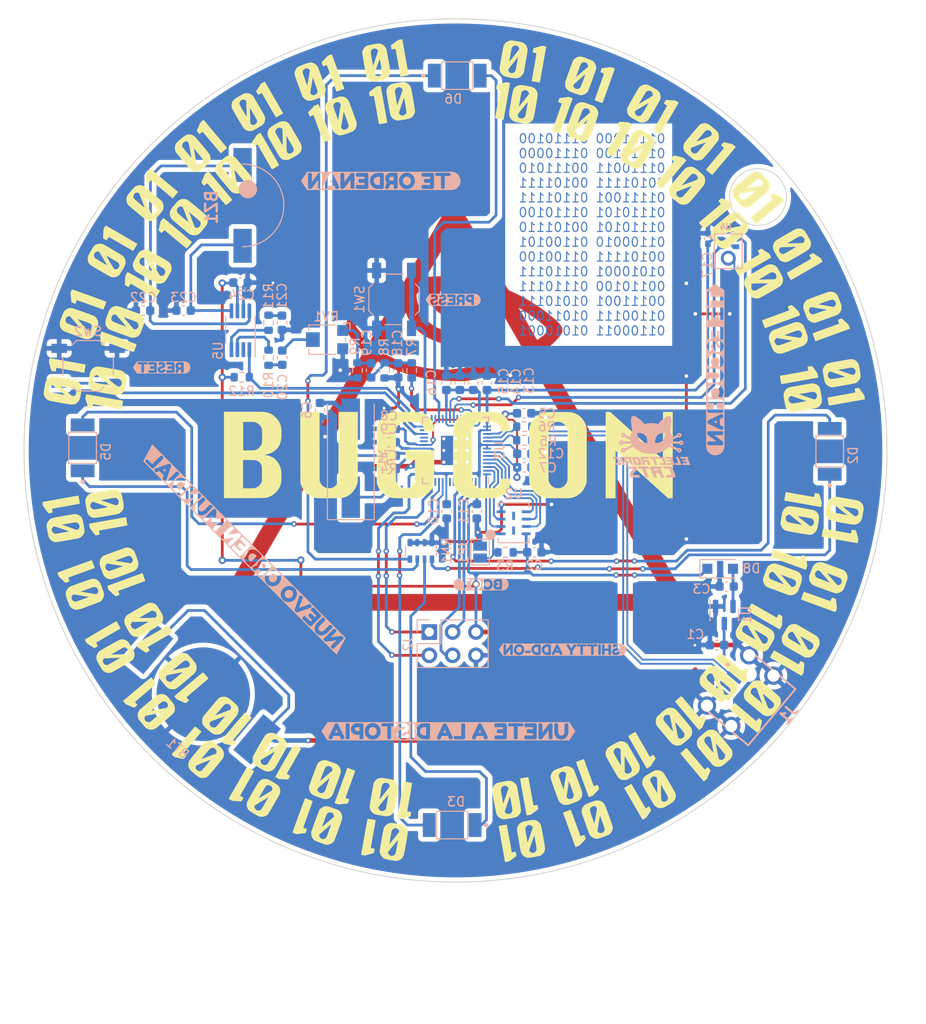
<source format=kicad_pcb>
(kicad_pcb (version 20211014) (generator pcbnew)
  (layers (0 "F.Cu" signal) (31 "B.Cu" signal) (34 "B.Paste" user) (35 "F.Paste" user) (36 "B.SilkS" user "B.Silkscreen") (37 "F.SilkS" user "F.Silkscreen") (38 "B.Mask" user) (39 "F.Mask" user) (44 "Edge.Cuts" user))
  (net 0 "")
  (net 1 "GND")
  (net 2 "+3V3")
  (net 3 "Net-(BZ1-Pad1)")
  (net 4 "Net-(BZ1-Pad2)")
  (net 5 "VBUS")
  (net 6 "Net-(C3-Pad1)")
  (net 7 "Net-(C4-Pad1)")
  (net 8 "+1V2")
  (net 9 "Net-(C6-Pad1)")
  (net 10 "Net-(C18-Pad1)")
  (net 11 "Net-(C19-Pad2)")
  (net 12 "Net-(C20-Pad1)")
  (net 13 "Net-(C20-Pad2)")
  (net 14 "Net-(C21-Pad1)")
  (net 15 "Net-(D2-Pad1)")
  (net 16 "/D9")
  (net 17 "Net-(D3-Pad1)")
  (net 18 "/D6")
  (net 19 "Net-(D5-Pad1)")
  (net 20 "/D5")
  (net 21 "Net-(D6-Pad1)")
  (net 22 "/D10")
  (net 24 "/D0")
  (net 26 "/D+")
  (net 27 "/D-")
  (net 28 "/D24")
  (net 29 "/D25")
  (net 30 "/SDA")
  (net 31 "/SCL")
  (net 32 "/D13")
  (net 33 "/QSPI_CS")
  (net 34 "Net-(R4-Pad2)")
  (net 35 "/RD+")
  (net 36 "/RD-")
  (net 37 "/A2")
  (net 38 "Net-(R10-Pad2)")
  (net 39 "Net-(R11-Pad2)")
  (net 40 "/RST")
  (net 41 "/QSPI_DATA1")
  (net 42 "/QSPI_DATA2")
  (net 43 "/QSPI_DATA0")
  (net 44 "/QSPI_SCK")
  (net 45 "/QSPI_DATA3")
  (net 49 "/CLK")
  (net 50 "/DOUT")
  (net 51 "/D12")
  (net 53 "/GPIO18")
  (net 55 "/SWDIO")
  (net 56 "/SWCLK")
  (net 58 "/GPIO13")
  (net 59 "/D11")
  (net 63 "/RX")
  (net 64 "/TX")
  (net 67 "/GPIO17")
  (footprint "pin_final_cc" (layer "F.Cu") (at 142 102)
    (fp_text reference "Ref**" hide)
    (fp_text value "Val**" hide)
  )
  (footprint "Crystal:Crystal_SMD_HC49-SD" (layer "B.Cu") (at 130.59 102.84 90)
    (fp_text reference "Y1")
    (fp_text value "12Mhz")
  )
  (footprint "kibuzzard-63409EAE" (layer "B.Cu") (at 153.67 123.698 180)
    (fp_text reference "kibuzzard-63409EAE" hide)
    (fp_text value "G***" hide)
  )
  (footprint "kibuzzard-63409F0B" (layer "B.Cu") (at 141.732 85.598 180)
    (fp_text reference "kibuzzard-63409F0B" hide)
    (fp_text value "G***" hide)
  )
  (footprint "badge_pwnCon:LYT77K-K2M1-NoHole" (layer "B.Cu") (at 101.37 101.72 90)
    (fp_text reference "D5")
    (fp_text value "R_LED")
  )
  (footprint "Diode_SMD:D_SOD-123F" (layer "B.Cu") (at 170.8325 114.8875)
    (fp_text reference "D8")
    (fp_text value "SS1020FL")
  )
  (footprint "kibuzzard-63409DC5" (layer "B.Cu") (at 133.858 72.644 180)
    (fp_text reference "kibuzzard-63409DC5" hide)
    (fp_text value "G***" hide)
  )
  (footprint "Capacitor_SMD:C_0603_1608Metric" (layer "B.Cu") (at 149.49 102.36)
    (fp_text reference "C12")
    (fp_text value "0.1uF")
  )
  (footprint "badge_pwnCon:RP2040-QFN-56" (layer "B.Cu") (at 142 102 90)
    (fp_text reference "U3")
    (fp_text value "RP2040")
  )
  (footprint "badge_pwnCon:LYT77K-K2M1-NoHole" (layer "B.Cu") (at 141.63 142.8 180)
    (fp_text reference "D3")
    (fp_text value "R_LED")
  )
  (footprint "Capacitor_SMD:C_0603_1608Metric" (layer "B.Cu") (at 149.49 103.84)
    (fp_text reference "C7")
    (fp_text value "0.1uF")
  )
  (footprint "Resistor_SMD:R_0603_1608Metric" (layer "B.Cu") (at 149.485 99.41 180)
    (fp_text reference "R6")
    (fp_text value "27")
  )
  (footprint "kibuzzard-63409EDC" (layer "B.Cu") (at 109.982 92.964 180)
    (fp_text reference "kibuzzard-63409EDC" hide)
    (fp_text value "G***" hide)
  )
  (footprint "Package_TO_SOT_SMD:SOT-23" (layer "B.Cu") (at 171.285 119.9275 -90)
    (fp_text reference "U1")
    (fp_text value "MCP1700-31")
  )
  (footprint "kibuzzard-63409D39" (layer "B.Cu") (at 141.224 132.588 180)
    (fp_text reference "kibuzzard-63409D39" hide)
    (fp_text value "G***" hide)
  )
  (footprint "Connector_PinHeader_2.54mm:PinHeader_2x03_P2.54mm_Vertical" (layer "B.Cu") (at 139.145 121.775 -90)
    (fp_text reference "J2")
    (fp_text value "Conn_02x03_Odd_Even")
  )
  (footprint "Resistor_SMD:R_0603_1608Metric" (layer "B.Cu") (at 121.63 88.09 -90)
    (fp_text reference "R11")
    (fp_text value "100")
  )
  (footprint "Capacitor_SMD:C_0603_1608Metric" (layer "B.Cu") (at 134.74 99.65 180)
    (fp_text reference "C8")
    (fp_text value "0.1uF")
  )
  (footprint "BugCON:CAPAE1050X250N" (layer "B.Cu") (at 118.7958 75.311 90)
    (fp_text reference "BZ1")
    (fp_text value "Buzzer" hide)
  )
  (footprint "Potentiometer_SMD:Potentiometer_Bourns_TC33X_Vertical" (layer "B.Cu") (at 127.91 89.93 180)
    (fp_text reference "RV1")
    (fp_text value "10K")
  )
  (footprint "Capacitor_SMD:C_0603_1608Metric" (layer "B.Cu") (at 127.23 97.605 -90)
    (fp_text reference "C6")
    (fp_text value "27pF")
  )
  (footprint "badge_pwnCon:U254051N4BH806" (layer "B.Cu") (at 173.6 128.65 -130)
    (fp_text reference "J1")
    (fp_text value "USB_B_Micro" hide)
  )
  (footprint "Capacitor_SMD:C_0603_1608Metric" (layer "B.Cu") (at 170.485 123.1975 180)
    (fp_text reference "C1")
    (fp_text value "10uF")
  )
  (footprint "Capacitor_SMD:C_0603_1608Metric" (layer "B.Cu") (at 141.04 108.63 -90)
    (fp_text reference "C10")
    (fp_text value "0.1uF")
  )
  (footprint "Capacitor_SMD:C_0603_1608Metric" (layer "B.Cu") (at 150.59 113.09)
    (fp_text reference "C2")
    (fp_text value "0.1uF")
  )
  (footprint "Capacitor_SMD:C_0603_1608Metric" (layer "B.Cu") (at 134.73 101.1 180)
    (fp_text reference "C9")
    (fp_text value "1uF")
  )
  (footprint "Resistor_SMD:R_0603_1608Metric" (layer "B.Cu") (at 137.22 93.28 -90)
    (fp_text reference "R7")
    (fp_text value "220")
  )
  (footprint "Capacitor_SMD:C_0603_1608Metric" (layer "B.Cu") (at 145.43 94.64 90)
    (fp_text reference "C13")
    (fp_text value "0.1uF")
  )
  (footprint "badge_pwnCon:LYT77K-K2M1-NoHole" (layer "B.Cu") (at 142.19 61.18)
    (fp_text reference "D6")
    (fp_text value "R_LED")
  )
  (footprint "Capacitor_SMD:C_0603_1608Metric" (layer "B.Cu") (at 112.37 86.76 180)
    (fp_text reference "C23")
    (fp_text value "220pF")
  )
  (footprint "Resistor_SMD:R_0603_1608Metric" (layer "B.Cu") (at 118.71 94.03 180)
    (fp_text reference "R12")
    (fp_text value "10K")
  )
  (footprint "Aesthetics:electronic_cats_logo_8x6" (layer "B.Cu") (at 163.322 101.6 180)
    (fp_text reference "G***" hide)
    (fp_text value "LOGO" hide)
  )
  (footprint "Capacitor_SMD:C_0402_1005Metric_Pad0.74x0.62mm_HandSolder" (layer "B.Cu") (at 169.5 78.9175 90)
    (fp_text reference "C17")
    (fp_text value "0.1uF")
  )
  (footprint "Capacitor_SMD:C_0603_1608Metric" (layer "B.Cu") (at 171.545 116.8175 180)
    (fp_text reference "C3")
    (fp_text value "10uF")
  )
  (footprint "kibuzzard-6340AD5F" (layer "B.Cu") (at 144.78 116.586 180)
    (fp_text reference "kibuzzard-6340AD5F" hide)
    (fp_text value "G***" hide)
  )
  (footprint "Capacitor_SMD:C_0603_1608Metric" (layer "B.Cu") (at 141 94.64 90)
    (fp_text reference "C16")
    (fp_text value "0.1uF")
  )
  (footprint "Batteries:BAT-HLD-012-SMT-OTL" (layer "B.Cu") (at 114.52 128.55 140)
    (fp_text reference "BT1")
    (fp_text value "Battery_Cell")
  )
  (footprint "Resistor_SMD:R_0603_1608Metric" (layer "B.Cu") (at 121.63 91.9 90)
    (fp_text reference "R10")
    (fp_text value "100")
  )
  (footprint "Capacitor_SMD:C_0603_1608Metric" (layer "B.Cu") (at 132.8 93.28 90)
    (fp_text reference "C19")
    (fp_text value "47uF")
  )
  (footprint "Resistor_SMD:R_0603_1608Metric" (layer "B.Cu") (at 131.32 93.28 -90)
    (fp_text reference "R9")
    (fp_text value "1.8K")
  )
  (footprint "Resistor_SMD:R_0603_1608Metric" (layer "B.Cu") (at 147.45 113.1 180)
    (fp_text reference "R3")
    (fp_text value "10K")
  )
  (footprint "Button_Switch_SMD:SW_SPST_TL3342" (layer "B.Cu") (at 135.3058 85.5472 -90)
    (fp_text reference "SW1")
    (fp_text value "Button")
  )
  (footprint "hunter-cat-nfc:W25Q16JVUUIQ" (layer "B.Cu") (at 148.328901 109.88)
    (fp_text reference "U2")
    (fp_text value "W25Q16JV")
  )
  (footprint "Capacitor_SMD:C_0603_1608Metric" (layer "B.Cu") (at 134.725 104.01 180)
    (fp_text reference "C4")
    (fp_text value "27pF")
  )
  (footprint "kibuzzard-63409DA5" (layer "B.Cu") (at 170.3 93.2 -90)
    (fp_text reference "kibuzzard-63409DA5" hide)
    (fp_text value "G***" hide)
  )
  (footprint "Button_Switch_SMD:SW_SPST_TL3342" (layer "B.Cu") (at 101.97 92.78 180)
    (fp_text reference "SW2")
    (fp_text value "RESET")
  )
  (footprint "Resistor_SMD:R_0603_1608Metric" (layer "B.Cu") (at 134.28 93.28 -90)
    (fp_text reference "R8")
    (fp_text value "100")
  )
  (footprint "Capacitor_SMD:C_0603_1608Metric" (layer "B.Cu") (at 144.32 108.63 -90)
    (fp_text reference "C11")
    (fp_text value "0.1uF")
  )
  (footprint "Capacitor_SMD:C_0603_1608Metric" (layer "B.Cu") (at 135.75 93.28 -90)
    (fp_text reference "C18")
    (fp_text value "100nF")
  )
  (footprint "Package_SO:MSOP-8_3x3mm_P0.65mm" (layer "B.Cu") (at 118.56 88.91 90)
    (fp_text reference "U5")
    (fp_text value "PAM8302AAD")
  )
  (footprint "Resistor_SMD:R_Array_Convex_4x0603" (layer "B.Cu") (at 138.23 112.94 90)
    (fp_text reference "RN1")
    (fp_text value "R_Pack04")
  )
  (footprint "Sensors:MIC_SPH0641LM4H-1" (layer "B.Cu") (at 171.72 81.06 180)
    (fp_text reference "U4")
    (fp_text value "SPH0641LM4H")
  )
  (footprint "Capacitor_SMD:C_0603_1608Metric" (layer "B.Cu") (at 118.57 83.72)
    (fp_text reference "C24")
    (fp_text value "10uF")
  )
  (footprint "Capacitor_SMD:C_0603_1608Metric" (layer "B.Cu") (at 149.48 97.95)
    (fp_text reference "C5")
    (fp_text value "1uF")
  )
  (footprint "Capacitor_SMD:C_0603_1608Metric" (layer "B.Cu") (at 143.94 94.64 90)
    (fp_text reference "C14")
    (fp_text value "0.1uF")
  )
  (footprint "badge_pwnCon:LYT77K-K2M1-NoHole" (layer "B.Cu") (at 182.77 102.1 90)
    (fp_text reference "D2")
    (fp_text value "R_LED")
  )
  (footprint "Resistor_SMD:R_0603_1608Metric" (layer "B.Cu") (at 134.73 102.56)
    (fp_text reference "R4")
    (fp_text value "1K")
  )
  (footprint "Resistor_SMD:R_0603_1608Metric" (layer "B.Cu") (at 149.485 100.89 180)
    (fp_text reference "R5")
    (fp_text value "27")
  )
  (footprint "Capacitor_SMD:C_0603_1608Metric" (layer "B.Cu") (at 123.09 88.09 -90)
    (fp_text reference "C21")
    (fp_text value "1uF")
  )
  (footprint "Capacitor_SMD:C_0603_1608Metric" (layer "B.Cu") (at 142.47 94.64 90)
    (fp_text reference "C15")
    (fp_text value "0.1uF")
  )
  (footprint "Jumper:SolderJumper-2_P1.3mm_Open_Pad1.0x1.5mm" (layer "B.Cu") (at 144.675 113.075 -90)
    (fp_text reference "JP1")
    (fp_text value "BOOT")
  )
  (footprint "Capacitor_SMD:C_0603_1608Metric" (layer "B.Cu") (at 107.96 86.77 180)
    (fp_text reference "C22")
    (fp_text value "220pF")
  )
  (footprint "kibuzzard-63409E53" (layer "B.Cu") (at 119 112.8 135)
    (fp_text reference "kibuzzard-63409E53" hide)
    (fp_text value "G***" hide)
  )
  (footprint "Capacitor_SMD:C_0603_1608Metric" (layer "B.Cu") (at 123.12 91.9 -90)
    (fp_text reference "C20")
    (fp_text value "1uF")
  )
  (gr_line (start 124.5 139.7) (end 126 139.7) (layer "F.Cu") (width 0.2))
  (gr_line (start 124.5 139.7) (end 124.5 137.7) (layer "F.Cu") (width 0.2))
  (gr_circle (center 124.5 138.9) (end 125.1 138.9) (layer "F.Cu") (width 0.2) (fill none))
  (gr_line (start 123 139.7) (end 124.5 137.7) (layer "F.Cu") (width 0.2))
  (gr_line (start 126 139.7) (end 124.5 137.7) (layer "F.Cu") (width 0.2))
  (gr_line (start 124.5 139.7) (end 123 139.7) (layer "F.Cu") (width 0.2))
  (gr_circle (center 174.957267 74.4) (end 176.707267 76.95) (layer "Edge.Cuts") (width 0.1) (fill none))
  (gr_circle (center 142 102) (end 189.010637 102) (layer "Edge.Cuts") (width 0.1) (fill none))
  (gr_text "RESISTANCE" (at 141.6 126.8) (layer "F.Cu") (effects (font (size 0.8 0.8) (thickness 0.12))))
  (gr_text "EC" (at 120.35 117) (layer "F.Cu") (effects (font (size 0.8 0.8) (thickness 0.12))))
  (gr_text "UART?" (at 167.25 127.15 45) (layer "F.Cu") (effects (font (size 0.8 0.8) (thickness 0.2))))
  (gr_text "MSB" (at 142.25 66.55) (layer "F.Cu") (effects (font (size 0.8 0.8) (thickness 0.12))))
  (gr_text "01101000 01110100 \n01110100 01110000 \n01110011 00111010 \n00101111 00101111 \n01111001 01101111 \n01110101 01110100 \n01110101 00101110 \n01100010 01100101 \n00101111 01100100 \n01010001 01110111 \n00110100 01110111 \n00111001 01010111 \n01100111 01011000 \n01100011 01010001" (at 164.95 78.5) (layer "B.Cu") (effects (font (size 1 1) (thickness 0.12)) (justify left mirror)))
  (segment (start 140.7668 93.6498) (end 140.6398 93.7768) (width 0.5) (layer "F.Cu") (net 1))
  (segment (start 137.7442 93.2434) (end 137.6426 93.1418) (width 0.5) (layer "F.Cu") (net 1))
  (segment (start 147.2184 92.6084) (end 146.685 93.1418) (width 0.5) (layer "F.Cu") (net 1))
  (segment (start 140.725 100.725) (end 140.725 103.275) (width 0.5) (layer "F.Cu") (net 1))
  (segment (start 140.725 100.725) (end 143.275 100.725) (width 0.5) (layer "F.Cu") (net 1))
  (segment (start 135.8 92.7724) (end 135.8 92.9756) (width 0.5) (layer "F.Cu") (net 1))
  (segment (start 136.1048 92.7724) (end 135.8 92.7724) (width 0.5) (layer "F.Cu") (net 1))
  (segment (start 140.7492 111.93) (end 140.716 111.9632) (width 0.3) (layer "F.Cu") (net 1))
  (segment (start 137.9474 93.5482) (end 137.7442 93.345) (width 0.5) (layer "F.Cu") (net 1))
  (segment (start 128.4732 98.5266) (end 128.4732 99.822) (width 0.5) (layer "F.Cu") (net 1))
  (segment (start 143.275 100.725) (end 143.275 103.275) (width 0.5) (layer "F.Cu") (net 1))
  (segment (start 129.8702 95.8596) (end 129.8702 97.1296) (width 0.5) (layer "F.Cu") (net 1))
  (segment (start 127.7874 103.2256) (end 127.7874 100.5078) (width 0.5) (layer "F.Cu") (net 1))
  (segment (start 134.3152 92.202) (end 134.7216 92.202) (width 0.5) (layer "F.Cu") (net 1))
  (segment (start 131.5212 93.4466) (end 131.6482 93.5736) (width 0.5) (layer "F.Cu") (net 1))
  (segment (start 135.1788 92.6592) (end 135.6868 92.6592) (width 0.5) (layer "F.Cu") (net 1))
  (segment (start 147.7264 92.6084) (end 147.2184 92.6084) (width 0.5) (layer "F.Cu") (net 1))
  (segment (start 135.8 96.9656) (end 135.8 95.33) (width 0.3) (layer "F.Cu") (net 1))
  (segment (start 173.994345 124.314064) (end 172.870281 123.19) (width 0.5) (layer "F.Cu") (net 1))
  (segment (start 151.7904 98.3996) (end 151.7904 102.1842) (width 0.3) (layer "F.Cu") (net 1))
  (segment (start 143.9418 93.3958) (end 143.6878 93.6498) (width 0.5) (layer "F.Cu") (net 1))
  (segment (start 133.8834 91.7702) (end 134.3152 92.202) (width 0.5) (layer "F.Cu") (net 1))
  (segment (start 144.145 111.93) (end 140.7492 111.93) (width 0.3) (layer "F.Cu") (net 1))
  (segment (start 128.4732 99.822) (end 127.7874 100.5078) (width 0.5) (layer "F.Cu") (net 1))
  (segment (start 129.44 93.26) (end 131.3346 93.26) (width 0.5) (layer "F.Cu") (net 1))
  (segment (start 152.4446 107.88) (end 152.4508 107.8738) (width 0.3) (layer "F.Cu") (net 1))
  (segment (start 168.125 87.125) (end 171.875 87.125) (width 0.3) (layer "F.Cu") (net 1))
  (segment (start 167.15 111.65) (end 167.15 93.9) (width 0.3) (layer "F.Cu") (net 1))
  (segment (start 134.21 97.39) (end 135.3756 97.39) (width 0.3) (layer "F.Cu") (net 1))
  (segment (start 131.5212 93.4466) (end 131.5212 94.2086) (width 0.5) (layer "F.Cu") (net 1))
  (segment (start 151.7904 102.1842) (end 151.8158 102.2096) (width 0.3) (layer "F.Cu") (net 1))
  (segment (start 146.685 93.1418) (end 145.7706 93.1418) (width 0.5) (layer "F.Cu") (net 1))
  (segment (start 135.6868 92.6592) (end 135.8 92.7724) (width 0.5) (layer "F.Cu") (net 1))
  (segment (start 128.2818 103.72) (end 127.7874 103.2256) (width 0.5) (layer "F.Cu") (net 1))
  (segment (start 146.65 110.925) (end 147.01 110.565) (width 0.3) (layer "F.Cu") (net 1))
  (segment (start 135.3756 97.39) (end 135.8 96.9656) (width 0.3) (layer "F.Cu") (net 1))
  (segment (start 131.4538 93.26) (end 132.9436 91.7702) (width 0.5) (layer "F.Cu") (net 1))
  (segment (start 135.8 95.33) (end 135.8 92.9756) (width 0.3) (layer "F.Cu") (net 1))
  (segment (start 137.575 103.275) (end 137.13 103.72) (width 0.5) (layer "F.Cu") (net 1))
  (segment (start 137.6426 93.1418) (end 136.4742 93.1418) (width 0.5) (layer "F.Cu") (net 1))
  (segment (start 140.725 103.275) (end 143.275 103.275) (width 0.5) (layer "F.Cu") (net 1))
  (segment (start 147.01 110.565) (end 147.01 107.88) (width 0.3) (layer "F.Cu") (net 1))
  (segment (start 167.15 93.9) (end 167.15 83.8) (width 0.3) (layer "F.Cu") (net 1))
  (segment (start 145.7706 93.1418) (end 145.5166 93.3958) (width 0.5) (layer "F.Cu") (net 1))
  (segment (start 147.7264 93.599) (end 147.7264 92.6084) (width 0.5) (layer "F.Cu") (net 1))
  (segment (start 140.6398 93.7768) (end 139.4714 93.7768) (width 0.5) (layer "F.Cu") (net 1))
  (segment (start 131.5212 94.2086) (end 129.8702 95.8596) (width 0.5) (layer "F.Cu") (net 1))
  (segment (start 172.870281 123.19) (end 168.11 123.19) (width 0.5) (layer "F.Cu") (net 1))
  (segment (start 135.8 92.9756) (end 135.636 92.8116) (width 0.3) (layer "F.Cu") (net 1))
  (segment (start 137.7442 93.345) (end 137.7442 93.2434) (width 0.5) (layer "F.Cu") (net 1))
  (segment (start 140.725 102) (end 143.275 102) (width 0.5) (layer "F.Cu") (net 1))
  (segment (start 134.7216 92.202) (end 135.1788 92.6592) (width 0.5) (layer "F.Cu") (net 1))
  (segment (start 129.8702 97.1296) (end 128.4732 98.5266) (width 0.5) (layer "F.Cu") (net 1))
  (segment (start 139.2428 93.5482) (end 137.9474 93.5482) (width 0.5) (layer "F.Cu") (net 1))
  (segment (start 142 100.725) (end 142 103.275) (width 0.5) (layer "F.Cu") (net 1))
  (segment (start 143.6878 93.6498) (end 140.7668 93.6498) (width 0.5) (layer "F.Cu") (net 1))
  (segment (start 168.11 123.19) (end 168.08 123.22) (width 0.5) (layer "F.Cu") (net 1))
  (segment (start 147.955 93.8276) (end 147.7264 93.599) (width 0.5) (layer "F.Cu") (net 1))
  (segment (start 131.3346 93.26) (end 131.4538 93.26) (width 0.5) (layer "F.Cu") (net 1))
  (segment (start 136.4742 93.1418) (end 136.1048 92.7724) (width 0.5) (layer "F.Cu") (net 1))
  (segment (start 139.4714 93.7768) (end 139.2428 93.5482) (width 0.5) (layer "F.Cu") (net 1))
  (segment (start 145.5166 93.3958) (end 143.9418 93.3958) (width 0.5) (layer "F.Cu") (net 1))
  (segment (start 131.3346 93.26) (end 131.5212 93.4466) (width 0.5) (layer "F.Cu") (net 1))
  (segment (start 140.725 103.275) (end 137.575 103.275) (width 0.5) (layer "F.Cu") (net 1))
  (segment (start 132.9436 91.7702) (end 133.8834 91.7702) (width 0.5) (layer "F.Cu") (net 1))
  (segment (start 147.01 107.88) (end 152.4446 107.88) (width 0.3) (layer "F.Cu") (net 1))
  (segment (start 137.13 103.72) (end 128.2818 103.72) (width 0.5) (layer "F.Cu") (net 1))
  (segment (start 144.425 110.925) (end 144.425 111.65) (width 0.3) (layer "F.Cu") (net 1))
  (segment (start 144.425 111.65) (end 144.145 111.93) (width 0.3) (layer "F.Cu") (net 1))
  (segment (start 144.425 110.925) (end 146.65 110.925) (width 0.3) (layer "F.Cu") (net 1))
  (via (at 167.15 111.65) (size 0.8) (drill 0.4) (layers "F.Cu" "B.Cu") (net 1))
  (via (at 129.44 93.26) (size 0.6) (drill 0.3) (layers "F.Cu" "B.Cu") (net 1))
  (via (at 122.11 83.74) (size 0.6) (drill 0.3) (layers "F.Cu" "B.Cu") (net 1))
  (via (at 151.8158 102.2096) (size 0.8) (drill 0.4) (layers "F.Cu" "B.Cu") (net 1))
  (via (at 152.4508 107.8738) (size 0.8) (drill 0.4) (layers "F.Cu" "B.Cu") (net 1))
  (via (at 134.21 97.39) (size 0.6) (drill 0.3) (layers "F.Cu" "B.Cu") (net 1))
  (via (at 144.425 110.925) (size 0.6) (drill 0.3) (layers "F.Cu" "B.Cu") (net 1))
  (via (at 140.716 111.9632) (size 0.8) (drill 0.4) (layers "F.Cu" "B.Cu") (net 1))
  (via (at 151.7904 98.3996) (size 0.8) (drill 0.4) (layers "F.Cu" "B.Cu") (net 1))
  (via (at 135.8 95.33) (size 0.6) (drill 0.3) (layers "F.Cu" "B.Cu") (net 1))
  (via (at 127.7874 100.5078) (size 0.8) (drill 0.4) (layers "F.Cu" "B.Cu") (net 1))
  (via (at 168.08 123.22) (size 0.6) (drill 0.3) (layers "F.Cu" "B.Cu") (net 1))
  (via (at 129.44 93.26) (size 0.8) (drill 0.4) (layers "F.Cu" "B.Cu") (net 1))
  (via (at 147.955 93.8276) (size 0.8) (drill 0.4) (layers "F.Cu" "B.Cu") (net 1))
  (via (at 167.15 83.8) (size 0.8) (drill 0.4) (layers "F.Cu" "B.Cu") (net 1))
  (via (at 137.13 103.72) (size 0.6) (drill 0.3) (layers "F.Cu" "B.Cu") (net 1))
  (via (at 167.15 93.9) (size 0.8) (drill 0.4) (layers "F.Cu" "B.Cu") (net 1))
  (via (at 171.875 87.125) (size 0.8) (drill 0.4) (layers "F.Cu" "B.Cu") (net 1))
  (via (at 147.01 107.88) (size 0.6) (drill 0.3) (layers "F.Cu" "B.Cu") (net 1))
  (via (at 168.125 87.125) (size 0.8) (drill 0.4) (layers "F.Cu" "B.Cu") (net 1))
  (segment (start 147.9176 93.865) (end 147.955 93.8276) (width 0.5) (layer "B.Cu") (net 1))
  (segment (start 131.32 94.105) (end 130.285 94.105) (width 0.5) (layer "B.Cu") (net 1))
  (segment (start 151.3408 97.95) (end 151.7904 98.3996) (width 0.3) (layer "B.Cu") (net 1))
  (segment (start 137.85 103) (end 137.13 103.72) (width 0.2) (layer "B.Cu") (net 1))
  (segment (start 144.675 111.175) (end 144.675 112.425) (width 0.3) (layer "B.Cu") (net 1))
  (segment (start 147.01 107.88) (end 147.01 108.629551) (width 0.3) (layer "B.Cu") (net 1))
  (segment (start 172.3825 81.06) (end 172.3825 82.9425) (width 0.2) (layer "B.Cu") (net 1))
  (segment (start 130.285 94.105) (end 129.44 93.26) (width 0.5) (layer "B.Cu") (net 1))
  (segment (start 172.3825 82.9425) (end 172.3 83.025) (width 0.2) (layer "B.Cu") (net 1))
  (segment (start 127.23 98.38) (end 127.23 99.9504) (width 0.5) (layer "B.Cu") (net 1))
  (segment (start 145.43 93.865) (end 147.9176 93.865) (width 0.5) (layer "B.Cu") (net 1))
  (segment (start 147.01 108.629551) (end 146.959701 108.67985) (width 0.3) (layer "B.Cu") (net 1))
  (segment (start 138.5625 103) (end 137.85 103) (width 0.2) (layer "B.Cu") (net 1))
  (segment (start 118.885 84.18) (end 119.345 83.72) (width 0.3) (layer "B.Cu") (net 1))
  (segment (start 150.4154 102.2096) (end 150.265 102.36) (width 0.3) (layer "B.Cu") (net 1))
  (segment (start 144.425 110.925) (end 144.675 111.175) (width 0.3) (layer "B.Cu") (net 1))
  (segment (start 151.8158 102.2096) (end 150.4154 102.2096) (width 0.3) (layer "B.Cu") (net 1))
  (segment (start 127.23 99.9504) (end 127.7874 100.5078) (width 0.5) (layer "B.Cu") (net 1))
  (segment (start 150.255 97.95) (end 151.3408 97.95) (width 0.3) (layer "B.Cu") (net 1))
  (segment (start 118.885 86.7975) (end 118.885 84.18) (width 0.3) (layer "B.Cu") (net 1))
  (segment (start 147.26 132.4) (end 147.26 122.45) (width 0.5) (layer "F.Cu") (net 2))
  (segment (start 116.586 94.0308) (end 116.586 113.9698) (width 0.3) (layer "F.Cu") (net 2))
  (segment (start 125.1458 115.9002) (end 126.0348 116.7892) (width 0.3) (layer "F.Cu") (net 2))
  (segment (start 146.585 121.775) (end 144.225 121.775) (width 0.5) (layer "F.Cu") (net 2))
  (segment (start 125.1458 113.9444) (end 125.1458 115.9002) (width 0.3) (layer "F.Cu") (net 2))
  (segment (start 126.0348 116.7892) (end 144.0002 116.7892) (width 0.3) (layer "F.Cu") (net 2))
  (segment (start 116.586 94.0308) (end 116.586 83.7692) (width 0.3) (layer "F.Cu") (net 2))
  (segment (start 161.5 115.58) (end 159.49 115.58) (width 0.3) (layer "F.Cu") (net 2))
  (segment (start 144.0002 116.7892) (end 144.225 116.5644) (width 0.3) (layer "F.Cu") (net 2))
  (segment (start 125.94 133.59) (end 146.07 133.59) (width 0.5) (layer "F.Cu") (net 2))
  (segment (start 146.07 133.59) (end 147.26 132.4) (width 0.5) (layer "F.Cu") (net 2))
  (segment (start 147.26 122.45) (end 146.585 121.775) (width 0.5) (layer "F.Cu") (net 2))
  (via (at 116.586 94.0308) (size 0.8) (drill 0.4) (layers "F.Cu" "B.Cu") (net 2))
  (via (at 116.586 83.7692) (size 0.8) (drill 0.4) (layers "F.Cu" "B.Cu") (net 2))
  (via (at 144.225 116.5644) (size 0.8) (drill 0.4) (layers "F.Cu" "B.Cu") (net 2))
  (via (at 125.1458 113.9444) (size 0.8) (drill 0.4) (layers "F.Cu" "B.Cu") (net 2))
  (via (at 161.5 115.58) (size 0.6) (drill 0.3) (layers "F.Cu" "B.Cu") (net 2))
  (via (at 116.586 113.9698) (size 0.8) (drill 0.4) (layers "F.Cu" "B.Cu") (net 2))
  (via (at 125.94 133.59) (size 0.6) (drill 0.3) (layers "F.Cu" "B.Cu") (net 2))
  (via (at 159.49 115.58) (size 0.6) (drill 0.3) (layers "F.Cu" "B.Cu") (net 2))
  (segment (start 150.43 115.58) (end 150.2 115.35) (width 0.3) (layer "B.Cu") (net 2))
  (segment (start 143.56 115.35) (end 143.98 115.35) (width 0.3) (layer "B.Cu") (net 2))
  (segment (start 148.715 102.155) (end 148.715 102.36) (width 0.2) (layer "B.Cu") (net 2))
  (segment (start 145.4375 99.0125) (end 145.44 99.01) (width 0.2) (layer "B.Cu") (net 2))
  (segment (start 118.235 84.16) (end 117.795 83.72) (width 0.3) (layer "B.Cu") (net 2))
  (segment (start 144.32 107.855) (end 143.715 107.855) (width 0.3) (layer "B.Cu") (net 2))
  (segment (start 145.454067 101.416567) (end 147.976567 101.416567) (width 0.2) (layer "B.Cu") (net 2))
  (segment (start 169.475 94.1) (end 169.475 79.525) (width 0.3) (layer "B.Cu") (net 2))
  (segment (start 121.116875 133.467325) (end 121.2596 133.3246) (width 0.3) (layer "B.Cu") (net 2))
  (segment (start 122.3304 133.6) (end 120.512915 133.6) (width 0.3) (layer "B.Cu") (net 2))
  (segment (start 117.7458 83.7692) (end 117.795 83.72) (width 0.3) (layer "B.Cu") (net 2))
  (segment (start 145.4375 101.4) (end 145.454067 101.416567) (width 0.2) (layer "B.Cu") (net 2))
  (segment (start 123.83 130.017565) (end 120.38024 133.467325) (width 0.3) (layer "B.Cu") (net 2))
  (segment (start 144.6 101.59) (end 144.79 101.4) (width 0.3) (layer "B.Cu") (net 2))
  (segment (start 144.22 115.35) (end 144.225 115.355) (width 0.3) (layer "B.Cu") (net 2))
  (segment (start 149.815 113.09) (end 149.698101 112.973101) (width 0.3) (layer "B.Cu") (net 2))
  (segment (start 144.34 104.51) (end 141.16 104.51) (width 0.3) (layer "B.Cu") (net 2))
  (segment (start 144.9525 98.5625) (end 144.6 98.5625) (width 0.2) (layer "B.Cu") (net 2))
  (segment (start 159.49 115.58) (end 150.43 115.58) (width 0.3) (layer "B.Cu") (net 2))
  (segment (start 144.175 95.415) (end 143.94 95.415) (width 0.2) (layer "B.Cu") (net 2))
  (segment (start 170.8825 78.986) (end 171.439489 78.986) (width 0.3) (layer "B.Cu") (net 2))
  (segment (start 144.6 106.18) (end 144.32 106.46) (width 0.3) (layer "B.Cu") (net 2))
  (segment (start 144.394775 99.29952) (end 144.59952 99.094775) (width 0.2) (layer "B.Cu") (net 2))
  (segment (start 144.6 104.51) (end 144.6 104.27) (width 0.3) (layer "B.Cu") (net 2))
  (segment (start 143.98 115.41) (end 144.225 115.655) (width 0.3) (layer "B.Cu") (net 2))
  (segment (start 144.6 95.68) (end 144.6 97.61) (width 0.3) (layer "B.Cu") (net 2))
  (segment (start 169.475 79.525) (end 170.014 78.986) (width 0.3) (layer "B.Cu") (net 2))
  (segment (start 139.48 101.9) (end 139.38 101.8) (width 0.2) (layer "B.Cu") (net 2))
  (segment (start 141 107.815) (end 141.04 107.855) (width 0.2) (layer "B.Cu") (net 2))
  (segment (start 136.92 101.78) (end 136.185 101.78) (width 0.3) (layer "B.Cu") (net 2))
  (segment (start 144.53 115.35) (end 144.225 115.655) (width 0.3) (layer "B.Cu") (net 2))
  (segment (start 141 98.5625) (end 141 99.094295) (width 0.2) (layer "B.Cu") (net 2))
  (segment (start 144.6 104.51) (end 144.34 104.51) (width 0.3) (layer "B.Cu") (net 2))
  (segment (start 136.92 101.78) (end 136.94 101.8) (width 0.2) (layer "B.Cu") (net 2))
  (segment (start 120.512915 133.6) (end 120.38024 133.467325) (width 0.3) (layer "B.Cu") (net 2))
  (segment (start 139.77 104.51) (end 140.76 104.51) (width 0.3) (layer "B.Cu") (net 2))
  (segment (start 144.6 101.21) (end 144.79 101.4) (width 0.3) (layer "B.Cu") (net 2))
  (segment (start 149.815 115.325) (end 149.84 115.35) (width 0.3) (layer "B.Cu") (net 2))
  (segment (start 145.44 98.25) (end 145.44 95.565) (width 0.3) (layer "B.Cu") (net 2))
  (segment (start 145.44 98.25) (end 145.12 98.57) (width 0.3) (layer "B.Cu") (net 2))
  (segment (start 112.862435 119.43) (end 114.65 119.43) (width 0.3) (layer "B.Cu") (net 2))
  (segment (start 144.225 115.655) (end 144.225 116.5644) (width 0.3) (layer "B.Cu") (net 2))
  (segment (start 141 97.36) (end 141 95.555) (width 0.3) (layer "B.Cu") (net 2))
  (segment (start 143.41856 108.15144) (end 143.41856 115.20856) (width 0.3) (layer "B.Cu") (net 2))
  (segment (start 144.6 101.13) (end 144.6 99.94) (width 0.3) (layer "B.Cu") (net 2))
  (segment (start 149.698101 112.973101) (end 149.698101 111.08015) (width 0.3) (layer "B.Cu") (net 2))
  (segment (start 116.586 113.9698) (end 125.1204 113.9698) (width 0.3) (layer "B.Cu") (net 2))
  (segment (start 144.6 101.45) (end 144.6 101.13) (width 0.3) (layer "B.Cu") (net 2))
  (segment (start 144.6 99.94) (end 144.74 99.8) (width 0.3) (layer "B.Cu") (net 2))
  (segment (start 168.145 95.43) (end 169.475 94.1) (width 0.3) (layer "B.Cu") (net 2))
  (segment (start 144.65 101.4) (end 144.6 101.45) (width 0.2) (layer "B.Cu") (net 2))
  (segment (start 140.76 104.51) (end 140.84 104.51) (width 0.3) (layer "B.Cu") (net 2))
  (segment (start 145.445 95.43) (end 168.145 95.43) (width 0.3) (layer "B.Cu") (net 2))
  (segment (start 125.1204 113.9698) (end 125.1458 113.9444) (width 0.3) (layer "B.Cu") (net 2))
  (segment (start 145.13 98.57) (end 145.44 98.88) (width 0.3) (layer "B.Cu") (net 2))
  (segment (start 142.47 95.415) (end 141 95.415) (width 0.3) (layer "B.Cu") (net 2))
  (segment (start 136.185 101.78) (end 135.505 101.1) (width 0.3) (layer "B.Cu") (net 2))
  (segment (start 144.175 95.415) (end 144.335 95.415) (width 0.3) (layer "B.Cu") (net 2))
  (segment (start 145.4375 99.8) (end 144.74 99.8) (width 0.2) (layer "B.Cu") (net 2))
  (segment (start 144.6 101.67) (end 144.6 101.45) (width 0.3) (layer "B.Cu") (net 2))
  (segment (start 139.53 104.27) (end 139.77 104.51) (width 0.3) (layer "B.Cu") (net 2))
  (segment (start 144.225 116.5644) (end 144.225 121.775) (width 0.3) (layer "B.Cu") (net 2))
  (segment (start 144.6 105.4375) (end 144.6 106.18) (width 0.2) (layer "B.Cu") (net 2))
  (segment (start 141 98.5625) (end 141 97.36) (width 0.2) (layer "B.Cu") (net 2))
  (segment (start 144.65 115.35) (end 149.46 115.35) (width 0.3) (layer "B.Cu") (net 2))
  (segment (start 141 105.4375) (end 141 107.815) (width 0.2) (layer "B.Cu") (net 2))
  (segment (start 145.4375 101.4) (end 144.79 101.4) (width 0.2) (layer "B.Cu") (net 2))
  (segment (start 145.11 98.57) (end 145.37 98.57) (width 0.3) (layer "B.Cu") (net 2))
  (segment (start 125.94 133.59) (end 122.3404 133.59) (width 0.5) (layer "B.Cu") (net 2))
  (segment (start 144.65 115.35) (end 144.53 115.35) (width 0.3) (layer "B.Cu") (net 2))
  (segment (start 141 99.094295) (end 141.205225 99.29952) (width 0.2) (layer "B.Cu") (net 2))
  (segment (start 144.36 104.51) (end 144.6 104.27) (width 0.3) (layer "B.Cu") (net 2))
  (segment (start 144.59952 99.094775) (end 144.59952 98.030225) (width 0.2) (layer "B.Cu") (net 2))
  (segment (start 144.335 95.415) (end 144.6 95.68) (width 0.3) (layer "B.Cu") (net 2))
  (segment (start 149.815 113.09) (end 149.815 114.945) (width 0.3) (layer "B.Cu") (net 2))
  (segment (start 123.83 128.61) (end 123.83 130.017565) (width 0.3) (layer "B.Cu") (net 2))
  (segment (start 144.6 101.67) (end 144.6 101.59) (width 0.3) (layer "B.Cu") (net 2))
  (segment (start 144.6 98.5625) (end 144.6 97.61) (width 0.2) (layer "B.Cu") (net 2))
  (segment (start 149.84 115.35) (end 149.46 115.35) (width 0.3) (layer "B.Cu") (net 2))
  (segment (start 145.12 98.57) (end 145.11 98.57) (width 0.3) (layer "B.Cu") (net 2))
  (segment (start 141 105.4375) (end 141 104.67) (width 0.2) (layer "B.Cu") (net 2))
  (segment (start 116.5868 94.03) (end 116.586 94.0308) (width 0.3) (layer "B.Cu") (net 2))
  (segment (start 114.65 119.43) (end 123.83 128.61) (width 0.3) (layer "B.Cu") (net 2))
  (segment (start 108.65976 123.632675) (end 112.862435 119.43) (width 0.3) (layer "B.Cu") (net 2))
  (segment (start 145.43 95.415) (end 145.445 95.43) (width 0.3) (layer "B.Cu") (net 2))
  (segment (start 171.439489 78.986) (end 172.261489 79.808) (width 0.3) (layer "B.Cu") (net 2))
  (segment (start 144.79 101.4) (end 144.65 101.4) (width 0.2) (layer "B.Cu") (net 2))
  (segment (start 148.285 113.09) (end 148.275 113.1) (width 0.3) (layer "B.Cu") (net 2))
  (segment (start 118.235 86.7975) (end 118.235 84.16) (width 0.3) (layer "B.Cu") (net 2))
  (segment (start 139.48 101.9) (end 139.53 101.95) (width 0.3) (layer "B.Cu") (net 2))
  (segment (start 143.41856 115.20856) (end 143.56 115.35) (width 0.3) (layer "B.Cu") (net 2))
  (segment (start 147.976567 101.416567) (end 148.715 102.155) (width 0.2) (layer "B.Cu") (net 2))
  (segment (start 149.815 114.945) (end 149.815 115.325) (width 0.3) (layer "B.Cu") (net 2))
  (segment (start 149.815 113.09) (end 148.285 113.09) (width 0.3) (layer "B.Cu") (net 2))
  (segment (start 145.4375 99.4) (end 145.4375 99.8) (width 0.2) (layer "B.Cu") (net 2))
  (segment (start 116.586 83.7692) (end 117.7458 83.7692) (width 0.3) (layer "B.Cu") (net 2))
  (segment (start 140.84 104.51) (end 141 104.67) (width 0.3) (layer "B.Cu") (net 2))
  (segment (start 144.6 104.27) (end 144.6 101.67) (width 0.3) (layer "B.Cu") (net 2))
  (segment (start 145.44 99.01) (end 145.44 98.88) (width 0.3) (layer "B.Cu") (net 2))
  (segment (start 143.715 107.855) (end 143.41856 108.15144) (width 0.3) (layer "B.Cu") (net 2))
  (segment (start 145.4375 101.4) (end 145.4375 101.8) (width 0.2) (layer "B.Cu") (net 2))
  (segment (start 144.22 115.35) (end 144.65 115.35) (width 0.3) (layer "B.Cu") (net 2))
  (segment (start 169.4325 114.8875) (end 169.4225 114.8975) (width 0.3) (layer "B.Cu") (net 2))
  (segment (start 149.815 114.995) (end 149.815 114.945) (width 0.3) (layer "B.Cu") (net 2))
  (segment (start 145.37 98.57) (end 145.43 98.63) (width 0.3) (layer "B.Cu") (net 2))
  (segment (start 143.98 115.35) (end 143.98 115.41) (width 0.3) (layer "B.Cu") (net 2))
  (segment (start 144.96 98.57) (end 144.9525 98.5625) (width 0.2) (layer "B.Cu") (net 2))
  (segment (start 122.217725 133.467325) (end 120.38024 133.467325) (width 0.5) (layer "B.Cu") (net 2))
  (segment (start 143.94 95.415) (end 142.47 95.415) (width 0.3) (layer "B.Cu") (net 2))
  (segment (start 136.94 101.8) (end 138.5625 101.8) (width 0.2) (layer "B.Cu") (net 2))
  (segment (start 170.014 78.986) (end 170.8825 78.986) (width 0.3) (layer "B.Cu") (net 2))
  (segment (start 150.17 115.35) (end 149.815 114.995) (width 0.3) (layer "B.Cu") (net 2))
  (segment (start 145.44 95.425) (end 145.43 95.415) (width 0.3) (layer "B.Cu") (net 2))
  (segment (start 144.34 104.51) (end 144.34 104.56) (width 0.3) (layer "B.Cu") (net 2))
  (segment (start 168.74 115.58) (end 161.5 115.58) (width 0.3) (layer "B.Cu") (net 2))
  (segment (start 150.2 115.35) (end 150.17 115.35) (width 0.3) (layer "B.Cu") (net 2))
  (segment (start 139.38 101.8) (end 138.5625 101.8) (width 0.2) (layer "B.Cu") (net 2))
  (segment (start 144.96 98.57) (end 145.11 98.57) (width 0.3) (layer "B.Cu") (net 2))
  (segment (start 169.4325 114.8875) (end 168.74 115.58) (width 0.3) (layer "B.Cu") (net 2))
  (segment (start 150.2 115.35) (end 149.84 115.35) (width 0.3) (layer "B.Cu") (net 2))
  (segment (start 143.98 115.35) (end 144.22 115.35) (width 0.3) (layer "B.Cu") (net 2))
  (segment (start 145.12 98.57) (end 145.13 98.57) (width 0.3) (layer "B.Cu") (net 2))
  (segment (start 122.3404 133.59) (end 122.217725 133.467325) (width 0.5) (layer "B.Cu") (net 2))
  (segment (start 120.38024 133.467325) (end 121.116875 133.467325) (width 0.3) (layer "B.Cu") (net 2))
  (segment (start 145.44 98.88) (end 145.44 98.25) (width 0.3) (layer "B.Cu") (net 2))
  (segment (start 144.32 106.46) (end 144.32 107.855) (width 0.3) (layer "B.Cu") (net 2))
  (segment (start 141.205225 99.29952) (end 144.394775 99.29952) (width 0.2) (layer "B.Cu") (net 2))
  (segment (start 144.6 104.51) (end 144.6 104.82) (width 0.3) (layer "B.Cu") (net 2))
  (segment (start 141.16 104.51) (end 141 104.67) (width 0.3) (layer "B.Cu") (net 2))
  (segment (start 149.46 115.35) (end 149.815 114.995) (width 0.3) (layer "B.Cu") (net 2))
  (segment (start 140.76 104.51) (end 141.16 104.51) (width 0.3) (layer "B.Cu") (net 2))
  (segment (start 144.34 104.51) (end 144.36 104.51) (width 0.3) (layer "B.Cu") (net 2))
  (segment (start 139.53 101.95) (end 139.53 104.27) (width 0.3) (layer "B.Cu") (net 2))
  (segment (start 144.34 104.56) (end 144.6 104.82) (width 0.3) (layer "B.Cu") (net 2))
  (segment (start 144.225 115.355) (end 144.225 115.655) (width 0.3) (layer "B.Cu") (net 2))
  (segment (start 144.6 104.82) (end 144.6 105.4375) (width 0.2) (layer "B.Cu") (net 2))
  (segment (start 144.6 101.13) (end 144.6 101.21) (width 0.3) (layer "B.Cu") (net 2))
  (segment (start 122.3404 133.59) (end 122.3304 133.6) (width 0.5) (layer "B.Cu") (net 2))
  (segment (start 145.4375 99.4) (end 145.4375 99.0125) (width 0.2) (layer "B.Cu") (net 2))
  (segment (start 172.261489 79.808) (end 172.5575 79.808) (width 0.3) (layer "B.Cu") (net 2))
  (segment (start 117.885 94.03) (end 116.5868 94.03) (width 0.3) (layer "B.Cu") (net 2))
  (segment (start 117.5475 86.76) (end 117.585 86.7975) (width 0.3) (layer "B.Cu") (net 3))
  (segment (start 113.145 86.76) (end 117.5475 86.76) (width 0.3) (layer "B.Cu") (net 3))
  (segment (start 114.318 79.611) (end 118.7958 79.611) (width 0.3) (layer "B.Cu") (net 3))
  (segment (start 113.145 86.76) (end 113.16 86.745) (width 0.3) (layer "B.Cu") (net 3))
  (segment (start 113.16 80.769) (end 114.318 79.611) (width 0.3) (layer "B.Cu") (net 3))
  (segment (start 113.16 86.745) (end 113.16 80.769) (width 0.3) (layer "B.Cu") (net 3))
  (segment (start 108.735 87.865) (end 108.735 86.77) (width 0.3) (layer "B.Cu") (net 4))
  (segment (start 119.535 87.845) (end 119.17 88.21) (width 0.3) (layer "B.Cu") (net 4))
  (segment (start 119.17 88.21) (end 109.08 88.21) (width 0.3) (layer "B.Cu") (net 4))
  (segment (start 108.735 86.77) (end 108.76 86.745) (width 0.3) (layer "B.Cu") (net 4))
  (segment (start 119.535 86.7975) (end 119.535 87.845) (width 0.3) (layer "B.Cu") (net 4))
  (segment (start 108.76 86.745) (end 108.76 72.1642) (width 0.3) (layer "B.Cu") (net 4))
  (segment (start 108.76 72.1642) (end 109.9132 71.011) (width 0.3) (layer "B.Cu") (net 4))
  (segment (start 109.08 88.21) (end 108.735 87.865) (width 0.3) (layer "B.Cu") (net 4))
  (segment (start 109.9132 71.011) (end 118.7958 71.011) (width 0.3) (layer "B.Cu") (net 4))
  (segment (start 171.26 123.1975) (end 171.26 124.747834) (width 0.3) (layer "B.Cu") (net 5))
  (segment (start 171.26 120.89) (end 171.285 120.865) (width 0.3) (layer "B.Cu") (net 5))
  (segment (start 171.26 124.747834) (end 172.761817 126.249651) (width 0.3) (layer "B.Cu") (net 5))
  (segment (start 171.26 123.1975) (end 171.26 120.89) (width 0.3) (layer "B.Cu") (net 5))
  (segment (start 172.235 116.9025) (end 172.32 116.8175) (width 0.3) (layer "B.Cu") (net 6))
  (segment (start 172.2325 114.8875) (end 172.2325 116.73) (width 0.3) (layer "B.Cu") (net 6))
  (segment (start 172.2325 116.73) (end 172.32 116.8175) (width 0.3) (layer "B.Cu") (net 6))
  (segment (start 172.235 118.99) (end 172.235 116.9025) (width 0.3) (layer "B.Cu") (net 6))
  (segment (start 137.375717 102.6) (end 137.145717 102.83) (width 0.2) (layer "B.Cu") (net 7))
  (segment (start 136.66 102.85) (end 135.5 104.01) (width 0.3) (layer "B.Cu") (net 7))
  (segment (start 138.5625 102.6) (end 137.375717 102.6) (width 0.2) (layer "B.Cu") (net 7))
  (segment (start 137.145717 102.83) (end 137.1 102.83) (width 0.2) (layer "B.Cu") (net 7))
  (segment (start 136.7 102.83) (end 136.67 102.86) (width 0.3) (layer "B.Cu") (net 7))
  (segment (start 136.67 102.86) (end 136.66 102.85) (width 0.2) (layer "B.Cu") (net 7))
  (segment (start 133.89 107.09) (end 130.59 107.09) (width 0.3) (layer "B.Cu") (net 7))
  (segment (start 137.1 102.83) (end 136.7 102.83) (width 0.3) (layer "B.Cu") (net 7))
  (segment (start 135.5 104.01) (end 135.5 105.48) (width 0.3) (layer "B.Cu") (net 7))
  (segment (start 135.5 105.48) (end 133.89 107.09) (width 0.3) (layer "B.Cu") (net 7))
  (segment (start 147.9006 98.65) (end 147.5 98.65) (width 0.2) (layer "F.Cu") (net 8))
  (segment (start 147.7228 98.65) (end 146.6052 98.65) (width 0.2) (layer "F.Cu") (net 8))
  (segment (start 148.705 99.1242) (end 148.2308 98.65) (width 0.2) (layer "F.Cu") (net 8))
  (segment (start 147.1712 98.65) (end 147.1712 98.5992) (width 0.2) (layer "F.Cu") (net 8))
  (segment (start 146.6052 98.65) (end 147.1712 98.65) (width 0.2) (layer "F.Cu") (net 8))
  (segment (start 140.03 98.65) (end 144.2502 98.65) (width 0.2) (layer "F.Cu") (net 8))
  (segment (start 144.2502 98.65) (end 146.6052 98.65) (width 0.2) (layer "F.Cu") (net 8))
  (segment (start 139.55 99.13) (end 140.03 98.65) (width 0.2) (layer "F.Cu") (net 8))
  (segment (start 148.2308 98.65) (end 147.9006 98.65) (width 0.2) (layer "F.Cu") (net 8))
  (segment (start 147.9006 98.65) (end 147.7228 98.65) (width 0.2) (layer "F.Cu") (net 8))
  (segment (start 147.1712 98.65) (end 147.4252 98.65) (width 0.2) (layer "F.Cu") (net 8))
  (segment (start 147.4252 98.65) (end 147.5 98.65) (width 0.2) (layer "F.Cu") (net 8))
  (segment (start 148.705 104.914) (end 148.705 101.2564) (width 0.2) (layer "F.Cu") (net 8))
  (segment (start 139.55 100.85) (end 139.55 99.13) (width 0.2) (layer "F.Cu") (net 8))
  (segment (start 147.4216 98.3488) (end 147.4216 98.044) (width 0.3) (layer "F.Cu") (net 8))
  (segment (start 148.705 101.2564) (end 148.705 99.1242) (width 0.2) (layer "F.Cu") (net 8))
  (segment (start 148.6916 104.9274) (end 148.705 104.914) (width 0.2) (layer "F.Cu") (net 8))
  (segment (start 147.7228 98.65) (end 147.4216 98.3488) (width 0.2) (layer "F.Cu") (net 8))
  (segment (start 147.4252 98.0476) (end 147.4216 98.044) (width 0.2) (layer "F.Cu") (net 8))
  (segment (start 147.1712 98.5992) (end 147.4216 98.3488) (width 0.2) (layer "F.Cu") (net 8))
  (segment (start 147.4252 98.65) (end 147.4252 98.0476) (width 0.2) (layer "F.Cu") (net 8))
  (via (at 148.6916 104.9274) (size 0.8) (drill 0.4) (layers "F.Cu" "B.Cu") (net 8))
  (via (at 148.715 103.84) (size 0.6) (drill 0.3) (layers "F.Cu" "B.Cu") (net 8))
  (via (at 147.4216 98.044) (size 0.8) (drill 0.4) (layers "F.Cu" "B.Cu") (net 8))
  (via (at 139.55 100.85) (size 0.6) (drill 0.3) (layers "F.Cu" "B.Cu") (net 8))
  (segment (start 139.55 100.85) (end 139.55 101.19) (width 0.2) (layer "B.Cu") (net 8))
  (segment (start 136.54 100.96) (end 136.54 99.87) (width 0.3) (layer "B.Cu") (net 8))
  (segment (start 136.32 99.65) (end 135.515 99.65) (width 0.3) (layer "B.Cu") (net 8))
  (segment (start 145.969295 100.2) (end 146.001768 100.167527) (width 0.2) (layer "B.Cu") (net 8))
  (segment (start 148.611 98.044) (end 148.705 97.95) (width 0.2) (layer "B.Cu") (net 8))
  (segment (start 148.53503 103.84) (end 147.517515 102.822485) (width 0.2) (layer "B.Cu") (net 8))
  (segment (start 146.79087 100.167527) (end 147.46 99.498397) (width 0.2) (layer "B.Cu") (net 8))
  (segment (start 147.74 97.95) (end 148.705 97.95) (width 0.2) (layer "B.Cu") (net 8))
  (segment (start 137.63 101.28) (end 136.86 101.28) (width 0.3) (layer "B.Cu") (net 8))
  (segment (start 136.86 101.28) (end 136.54 100.96) (width 0.3) (layer "B.Cu") (net 8))
  (segment (start 145.4375 100.2) (end 145.969295 100.2) (width 0.2) (layer "B.Cu") (net 8))
  (segment (start 136.54 99.87) (end 136.32 99.65) (width 0.3) (layer "B.Cu") (net 8))
  (segment (start 137.63 101.28) (end 137.675717 101.28) (width 0.2) (layer "B.Cu") (net 8))
  (segment (start 139.55 101.19) (end 139.34 101.4) (width 0.2) (layer "B.Cu") (net 8))
  (segment (start 148.715 103.84) (end 148.53503 103.84) (width 0.2) (layer "B.Cu") (net 8))
  (segment (start 146.69 100.09) (end 146.612473 100.167527) (width 0.2) (layer "B.Cu") (net 8))
  (segment (start 137.795717 101.4) (end 138.5625 101.4) (width 0.2) (layer "B.Cu") (net 8))
  (segment (start 139.34 101.4) (end 138.5625 101.4) (width 0.2) (layer "B.Cu") (net 8))
  (segment (start 137.675717 101.28) (end 137.795717 101.4) (width 0.2) (layer "B.Cu") (net 8))
  (segment (start 146.001768 100.167527) (end 146.612473 100.167527) (width 0.2) (layer "B.Cu") (net 8))
  (segment (start 147.4216 98.044) (end 148.611 98.044) (width 0.2) (layer "B.Cu") (net 8))
  (segment (start 146.89503 102.2) (end 145.4375 102.2) (width 0.2) (layer "B.Cu") (net 8))
  (segment (start 148.715 103.84) (end 148.715 104.904) (width 0.2) (layer "B.Cu") (net 8))
  (segment (start 147.46 99.498397) (end 147.46 98.23) (width 0.2) (layer "B.Cu") (net 8))
  (segment (start 147.517515 102.822485) (end 146.89503 102.2) (width 0.2) (layer "B.Cu") (net 8))
  (segment (start 147.46 98.23) (end 147.74 97.95) (width 0.2) (layer "B.Cu") (net 8))
  (segment (start 146.612473 100.167527) (end 146.79087 100.167527) (width 0.2) (layer "B.Cu") (net 8))
  (segment (start 148.715 104.904) (end 148.6916 104.9274) (width 0.2) (layer "B.Cu") (net 8))
  (segment (start 127.23 96.83) (end 128.83 96.83) (width 0.5) (layer "B.Cu") (net 9))
  (segment (start 130.59 101.88) (end 131.27 102.56) (width 0.3) (layer "B.Cu") (net 9))
  (segment (start 130.59 98.59) (end 130.59 101.88) (width 0.3) (layer "B.Cu") (net 9))
  (segment (start 128.83 96.83) (end 130.59 98.59) (width 0.5) (layer "B.Cu") (net 9))
  (segment (start 131.27 102.56) (end 133.905 102.56) (width 0.3) (layer "B.Cu") (net 9))
  (segment (start 134.28 92.575) (end 132.8 94.055) (width 0.3) (layer "B.Cu") (net 10))
  (segment (start 135.75 92.505) (end 134.33 92.505) (width 0.3) (layer "B.Cu") (net 10))
  (segment (start 137.22 92.455) (end 135.8 92.455) (width 0.3) (layer "B.Cu") (net 10))
  (segment (start 135.8 92.455) (end 135.75 92.505) (width 0.3) (layer "B.Cu") (net 10))
  (segment (start 134.33 92.505) (end 134.28 92.455) (width 0.3) (layer "B.Cu") (net 10))
  (segment (start 134.28 92.455) (end 134.28 92.575) (width 0.3) (layer "B.Cu") (net 10))
  (segment (start 132.8 92.505) (end 131.37 92.505) (width 0.3) (layer "B.Cu") (net 11))
  (segment (start 131.32 89.37) (end 130.88 88.93) (width 0.3) (layer "B.Cu") (net 11))
  (segment (start 131.37 92.505) (end 131.32 92.455) (width 0.3) (layer "B.Cu") (net 11))
  (segment (start 130.88 88.93) (end 129.71 88.93) (width 0.3) (layer "B.Cu") (net 11))
  (segment (start 131.32 92.455) (end 131.32 89.37) (width 0.3) (layer "B.Cu") (net 11))
  (segment (start 126.46 89.93) (end 124.315 89.93) (width 0.3) (layer "B.Cu") (net 12))
  (segment (start 124.315 89.93) (end 123.12 91.125) (width 0.3) (layer "B.Cu") (net 12))
  (segment (start 123.12 92.675) (end 121.68 92.675) (width 0.3) (layer "B.Cu") (net 13))
  (segment (start 121.68 92.675) (end 121.63 92.725) (width 0.3) (layer "B.Cu") (net 13))
  (segment (start 121.68 87.315) (end 121.63 87.265) (width 0.3) (layer "B.Cu") (net 14))
  (segment (start 123.09 87.315) (end 121.68 87.315) (width 0.3) (layer "B.Cu") (net 14))
  (segment (start 141.19 114.85) (end 150.8005 114.85) (width 0.3) (layer "F.Cu") (net 15))
  (segment (start 141.17 114.87) (end 141.19 114.85) (width 0.3) (layer "F.Cu") (net 15))
  (segment (start 162.4 114.89) (end 158.76 114.89) (width 0.3) (layer "F.Cu") (net 15))
  (segment (start 150.8005 114.85) (end 150.95 114.7005) (width 0.3) (layer "F.Cu") (net 15))
  (via (at 162.4 114.89) (size 0.6) (drill 0.3) (layers "F.Cu" "B.Cu") (net 15))
  (via (at 158.76 114.89) (size 0.6) (drill 0.3) (layers "F.Cu" "B.Cu") (net 15))
  (via (at 141.17 114.87) (size 0.6) (drill 0.3) (layers "F.Cu" "B.Cu") (net 15))
  (via (at 150.95 114.7005) (size 0.6) (drill 0.3) (layers "F.Cu" "B.Cu") (net 15))
  (segment (start 165.93 114.89) (end 167.45 113.37) (width 0.3) (layer "B.Cu") (net 15))
  (segment (start 139.81 114.87) (end 139.43 114.49) (width 0.3) (layer "B.Cu") (net 15))
  (segment (start 141.17 114.87) (end 139.81 114.87) (width 0.3) (layer "B.Cu") (net 15))
  (segment (start 167.45 113.37) (end 182.27 113.37) (width 0.3) (layer "B.Cu") (net 15))
  (segment (start 182.27 113.37) (end 182.77 112.87) (width 0.3) (layer "B.Cu") (net 15))
  (segment (start 162.4 114.89) (end 165.93 114.89) (width 0.3) (layer "B.Cu") (net 15))
  (segment (start 139.43 114.49) (end 139.43 113.84) (width 0.3) (layer "B.Cu") (net 15))
  (segment (start 182.77 112.87) (end 182.77 104.6) (width 0.3) (layer "B.Cu") (net 15))
  (segment (start 151.1395 114.89) (end 158.76 114.89) (width 0.3) (layer "B.Cu") (net 15))
  (segment (start 150.95 114.7005) (end 151.1395 114.89) (width 0.3) (layer "B.Cu") (net 15))
  (segment (start 144.63 136.97) (end 145.37 137.71) (width 0.3) (layer "B.Cu") (net 17))
  (segment (start 138.63 118.55) (end 137.13 120.05) (width 0.3) (layer "B.Cu") (net 17))
  (segment (start 137.13 135.38) (end 138.72 136.97) (width 0.3) (layer "B.Cu") (net 17))
  (segment (start 144.81 142.8) (end 144.13 142.8) (width 0.3) (layer "B.Cu") (net 17))
  (segment (start 137.13 120.05) (end 137.13 135.38) (width 0.3) (layer "B.Cu") (net 17))
  (segment (start 145.37 137.71) (end 145.37 142.24) (width 0.3) (layer "B.Cu") (net 17))
  (segment (start 145.37 142.24) (end 144.81 142.8) (width 0.3) (layer "B.Cu") (net 17))
  (segment (start 138.72 136.97) (end 144.63 136.97) (width 0.3) (layer "B.Cu") (net 17))
  (segment (start 138.63 113.84) (end 138.63 118.55) (width 0.3) (layer "B.Cu") (net 17))
  (segment (start 124.41 110.02) (end 124.4 110.01) (width 0.3) (layer "F.Cu") (net 18))
  (segment (start 124.4 110.01) (end 124.42 109.99) (width 0.3) (layer "F.Cu") (net 18))
  (segment (start 137.78 110.02) (end 124.41 110.02) (width 0.3) (layer "F.Cu") (net 18))
  (via (at 137.78 110.02) (size 0.6) (drill 0.3) (layers "F.Cu" "B.Cu") (net 18))
  (via (at 124.4 110.01) (size 0.6) (drill 0.3) (layers "F.Cu" "B.Cu") (net 18))
  (segment (start 139.56 107.01) (end 139.42 107.15) (width 0.3) (layer "B.Cu") (net 18))
  (segment (start 113.25952 109.19952) (end 113.25952 99.48952) (width 0.3) (layer "B.Cu") (net 18))
  (segment (start 111.6 97.83) (end 101.9 97.83) (width 0.3) (layer "B.Cu") (net 18))
  (segment (start 101.37 98.36) (end 101.37 99.22) (width 0.3) (layer "B.Cu") (net 18))
  (segment (start 138.62 110.02) (end 137.78 110.02) (width 0.3) (layer "B.Cu") (net 18))
  (segment (start 139.42 109.22) (end 138.62 110.02) (width 0.3) (layer "B.Cu") (net 18))
  (segment (start 139.574994 107.01) (end 140.2 106.384994) (width 0.2) (layer "B.Cu") (net 18))
  (segment (start 124.38 109.99) (end 114.05 109.99) (width 0.3) (layer "B.Cu") (net 18))
  (segment (start 124.4 110.01) (end 124.38 109.99) (width 0.3) (layer "B.Cu") (net 18))
  (segment (start 113.25952 99.48952) (end 111.6 97.83) (width 0.3) (layer "B.Cu") (net 18))
  (segment (start 140.2 106.384994) (end 140.2 105.4375) (width 0.2) (layer "B.Cu") (net 18))
  (segment (start 101.9 97.83) (end 101.37 98.36) (width 0.3) (layer "B.Cu") (net 18))
  (segment (start 114.05 109.99) (end 113.25952 109.19952) (width 0.3) (layer "B.Cu") (net 18))
  (segment (start 139.56 107.01) (end 139.574994 107.01) (width 0.2) (layer "B.Cu") (net 18))
  (segment (start 139.42 107.15) (end 139.42 109.22) (width 0.3) (layer "B.Cu") (net 18))
  (segment (start 112.76 106.52) (end 112.76 114.56) (width 0.3) (layer "B.Cu") (net 19))
  (segment (start 112.18 105.94) (end 112.76 106.52) (width 0.3) (layer "B.Cu") (net 19))
  (segment (start 101.37 105.19) (end 102.12 105.94) (width 0.3) (layer "B.Cu") (net 19))
  (segment (start 113.17 114.97) (end 137.38 114.97) (width 0.3) (layer "B.Cu") (net 19))
  (segment (start 102.12 105.94) (end 112.18 105.94) (width 0.3) (layer "B.Cu") (net 19))
  (segment (start 101.37 104.22) (end 101.37 105.19) (width 0.3) (layer "B.Cu") (net 19))
  (segment (start 137.38 114.97) (end 137.83 114.52) (width 0.3) (layer "B.Cu") (net 19))
  (segment (start 137.83 114.52) (end 137.83 113.84) (width 0.3) (layer "B.Cu") (net 19))
  (segment (start 112.76 114.56) (end 113.17 114.97) (width 0.3) (layer "B.Cu") (net 19))
  (segment (start 135.92 115.5995) (end 135.92 112.96) (width 0.3) (layer "F.Cu") (net 20))
  (segment (start 135.9 115.6195) (end 135.92 115.5995) (width 0.3) (layer "F.Cu") (net 20))
  (via (at 135.9 115.6195) (size 0.6) (drill 0.3) (layers "F.Cu" "B.Cu") (net 20))
  (via (at 135.92 112.96) (size 0.6) (drill 0.3) (layers "F.Cu" "B.Cu") (net 20))
  (segment (start 136.27 111.16) (end 135.92 111.51) (width 0.3) (layer "B.Cu") (net 20))
  (segment (start 135.93 141.98) (end 136.75 142.8) (width 0.3) (layer "B.Cu") (net 20))
  (segment (start 135.9 115.6195) (end 135.93 115.6495) (width 0.3) (layer "B.Cu") (net 20))
  (segment (start 140.6 106.86) (end 140.6 105.4375) (width 0.2) (layer "B.Cu") (net 20))
  (segment (start 140.11 109.236428) (end 138.186428 111.16) (width 0.3) (layer "B.Cu") (net 20))
  (segment (start 136.75 142.8) (end 139.13 142.8) (width 0.3) (layer "B.Cu") (net 20))
  (segment (start 138.186428 111.16) (end 136.27 111.16) (width 0.3) (layer "B.Cu") (net 20))
  (segment (start 140.11 107.35) (end 140.6 106.86) (width 0.2) (layer "B.Cu") (net 20))
  (segment (start 140.11 107.35) (end 140.11 109.236428) (width 0.3) (layer "B.Cu") (net 20))
  (segment (start 135.92 111.51) (end 135.92 112.96) (width 0.3) (layer "B.Cu") (net 20))
  (segment (start 135.93 115.6495) (end 135.93 141.98) (width 0.3) (layer "B.Cu") (net 20))
  (segment (start 125.92 96.62) (end 125.91 96.61) (width 0.3) (layer "F.Cu") (net 21))
  (segment (start 125.91 96.61) (end 125.91 94.4205) (width 0.3) (layer "F.Cu") (net 21))
  (via (at 125.91 94.4205) (size 0.6) (drill 0.3) (layers "F.Cu" "B.Cu") (net 21))
  (via (at 125.92 96.62) (size 0.6) (drill 0.3) (layers "F.Cu" "B.Cu") (net 21))
  (segment (start 125.92 96.62) (end 125.92 96.59) (width 0.3) (layer "B.Cu") (net 21))
  (segment (start 125.91 94.4205) (end 125.91 94.15) (width 0.3) (layer "B.Cu") (net 21))
  (segment (start 125.92 113.03) (end 125.92 96.62) (width 0.3) (layer "B.Cu") (net 21))
  (segment (start 128.95 61.18) (end 139.69 61.18) (width 0.3) (layer "B.Cu") (net 21))
  (segment (start 127.92 62.21) (end 128.95 61.18) (width 0.3) (layer "B.Cu") (net 21))
  (segment (start 126.24 93.82) (end 127.57 93.82) (width 0.3) (layer "B.Cu") (net 21))
  (segment (start 137.03 113.84) (end 126.73 113.84) (width 0.3) (layer "B.Cu") (net 21))
  (segment (start 127.57 93.82) (end 127.92 93.47) (width 0.3) (layer "B.Cu") (net 21))
  (segment (start 127.92 93.47) (end 127.92 62.21) (width 0.3) (layer "B.Cu") (net 21))
  (segment (start 125.91 94.15) (end 126.24 93.82) (width 0.3) (layer "B.Cu") (net 21))
  (segment (start 126.73 113.84) (end 125.92 113.03) (width 0.3) (layer "B.Cu") (net 21))
  (segment (start 134.46 115.66) (end 134.46 112.98) (width 0.3) (layer "F.Cu") (net 22))
  (segment (start 139.145 121.775) (end 135.075 121.775) (width 0.3) (layer "F.Cu") (net 22))
  (segment (start 134.46 112.98) (end 134.45 112.97) (width 0.3) (layer "F.Cu") (net 22))
  (segment (start 135.075 121.775) (end 135.07 121.77) (width 0.3) (layer "F.Cu") (net 22))
  (via (at 135.07 121.77) (size 0.6) (drill 0.3) (layers "F.Cu" "B.Cu") (net 22))
  (via (at 134.45 112.97) (size 0.6) (drill 0.3) (layers "F.Cu" "B.Cu") (net 22))
  (via (at 134.46 115.66) (size 0.6) (drill 0.3) (layers "F.Cu" "B.Cu") (net 22))
  (segment (start 138.44 108.65) (end 138.44 107.423572) (width 0.3) (layer "B.Cu") (net 22))
  (segment (start 134.45 112.97) (end 134.45 110.33) (width 0.3) (layer "B.Cu") (net 22))
  (segment (start 139.4 106.463572) (end 139.4 106.45) (width 0.3) (layer "B.Cu") (net 22))
  (segment (start 135.07 121.77) (end 134.46 121.16) (width 0.3) (layer "B.Cu") (net 22))
  (segment (start 134.45 110.33) (end 135.48 109.3) (width 0.3) (layer "B.Cu") (net 22))
  (segment (start 135.48 109.3) (end 137.79 109.3) (width 0.3) (layer "B.Cu") (net 22))
  (segment (start 137.79 109.3) (end 138.44 108.65) (width 0.3) (layer "B.Cu") (net 22))
  (segment (start 134.46 121.16) (end 134.46 115.66) (width 0.3) (layer "B.Cu") (net 22))
  (segment (start 139.4 106.45) (end 139.4 105.4375) (width 0.2) (layer "B.Cu") (net 22))
  (segment (start 138.44 107.423572) (end 139.4 106.463572) (width 0.3) (layer "B.Cu") (net 22))
  (segment (start 141.72 113.73) (end 142.04 114.05) (width 0.3) (layer "F.Cu") (net 24))
  (segment (start 142.04 114.05) (end 152.41 114.05) (width 0.3) (layer "F.Cu") (net 24))
  (segment (start 159.56 114.04) (end 159.54 114.06) (width 0.3) (layer "F.Cu") (net 24))
  (segment (start 141.72 113.58) (end 141.72 113.73) (width 0.3) (layer "F.Cu") (net 24))
  (segment (start 161.49 114.04) (end 159.56 114.04) (width 0.3) (layer "F.Cu") (net 24))
  (segment (start 152.41 114.05) (end 152.42 114.06) (width 0.3) (layer "F.Cu") (net 24))
  (via (at 161.49 114.04) (size 0.6) (drill 0.3) (layers "F.Cu" "B.Cu") (net 24))
  (via (at 159.54 114.06) (size 0.6) (drill 0.3) (layers "F.Cu" "B.Cu") (net 24))
  (via (at 141.72 113.58) (size 0.6) (drill 0.3) (layers "F.Cu" "B.Cu") (net 24))
  (via (at 152.42 114.06) (size 0.6) (drill 0.3) (layers "F.Cu" "B.Cu") (net 24))
  (segment (start 167.243092 112.87048) (end 175.28952 112.87048) (width 0.3) (layer "B.Cu") (net 24))
  (segment (start 152.42 114.06) (end 159.54 114.06) (width 0.3) (layer "B.Cu") (net 24))
  (segment (start 141.92 106.89) (end 141.92 113.38) (width 0.3) (layer "B.Cu") (net 24))
  (segment (start 176.07 98.9) (end 176.82 98.15) (width 0.3) (layer "B.Cu") (net 24))
  (segment (start 141.92 113.38) (end 141.89 113.41) (width 0.3) (layer "B.Cu") (net 24))
  (segment (start 166.053572 114.06) (end 167.243092 112.87048) (width 0.3) (layer "B.Cu") (net 24))
  (segment (start 175.28952 112.87048) (end 176.07 112.09) (width 0.3) (layer "B.Cu") (net 24))
  (segment (start 142.16 106.65) (end 141.92 106.89) (width 0.3) (layer "B.Cu") (net 24))
  (segment (start 161.51 114.06) (end 166.053572 114.06) (width 0.3) (layer "B.Cu") (net 24))
  (segment (start 182.77 98.54) (end 182.77 99.6) (width 0.3) (layer "B.Cu") (net 24))
  (segment (start 161.47 114.06) (end 161.49 114.04) (width 0.3) (layer "B.Cu") (net 24))
  (segment (start 142.2 106.61) (end 142.2 105.4375) (width 0.2) (layer "B.Cu") (net 24))
  (segment (start 161.49 114.04) (end 161.51 114.06) (width 0.3) (layer "B.Cu") (net 24))
  (segment (start 141.72 113.58) (end 141.89 113.41) (width 0.2) (layer "B.Cu") (net 24))
  (segment (start 142.16 106.65) (end 142.2 106.61) (width 0.2) (layer "B.Cu") (net 24))
  (segment (start 182.38 98.15) (end 182.77 98.54) (width 0.3) (layer "B.Cu") (net 24))
  (segment (start 176.07 112.09) (end 176.07 98.9) (width 0.3) (layer "B.Cu") (net 24))
  (segment (start 176.82 98.15) (end 182.38 98.15) (width 0.3) (layer "B.Cu") (net 24))
  (segment (start 160.265 101.2232) (end 160.265 123.2932) (width 0.2) (layer "B.Cu") (net 26))
  (segment (start 150.824999 100.375001) (end 159.416801 100.375001) (width 0.2) (layer "B.Cu") (net 26))
  (segment (start 150.31 100.89) (end 150.824999 100.375001) (width 0.2) (layer "B.Cu") (net 26))
  (segment (start 159.416801 100.375001) (end 160.265 101.2232) (width 0.2) (layer "B.Cu") (net 26))
  (segment (start 162.2068 125.235) (end 169.905877 125.235) (width 0.2) (layer "B.Cu") (net 26))
  (segment (start 160.265 123.2932) (end 162.2068 125.235) (width 0.2) (layer "B.Cu") (net 26))
  (segment (start 169.905877 125.235) (end 171.926193 127.245509) (width 0.2) (layer "B.Cu") (net 26))
  (segment (start 171.926193 127.236193) (end 171.71 127.02) (width 0.2) (layer "B.Cu") (net 26))
  (segment (start 160.715 101.0368) (end 160.715 123.1068) (width 0.2) (layer "B.Cu") (net 27))
  (segment (start 162.3932 124.785) (end 170.092277 124.785) (width 0.2) (layer "B.Cu") (net 27))
  (segment (start 160.715 123.1068) (end 162.3932 124.785) (width 0.2) (layer "B.Cu") (net 27))
  (segment (start 150.824999 99.924999) (end 159.603199 99.924999) (width 0.2) (layer "B.Cu") (net 27))
  (segment (start 159.603199 99.924999) (end 160.715 101.0368) (width 0.2) (layer "B.Cu") (net 27))
  (segment (start 150.31 99.41) (end 150.824999 99.924999) (width 0.2) (layer "B.Cu") (net 27))
  (segment (start 170.092277 124.785) (end 172.344005 126.74758) (width 0.2) (layer "B.Cu") (net 27))
  (segment (start 142.91904 120.54096) (end 141.685 121.775) (width 0.3) (layer "B.Cu") (net 30))
  (segment (start 143.4 107.13) (end 142.91904 107.61096) (width 0.3) (layer "B.Cu") (net 30))
  (segment (start 143.4 107.13) (end 143.4 105.4375) (width 0.2) (layer "B.Cu") (net 30))
  (segment (start 142.91904 107.61096) (end 142.91904 120.54096) (width 0.3) (layer "B.Cu") (net 30))
  (segment (start 142.41952 119.02048) (end 142.41952 107.39048) (width 0.3) (layer "B.Cu") (net 31))
  (segment (start 141.685 124.315) (end 140.945 124.315) (width 0.3) (layer "B.Cu") (net 31))
  (segment (start 140.41 123.78) (end 140.41 121.03) (width 0.3) (layer "B.Cu") (net 31))
  (segment (start 142.41952 107.39048) (end 142.69 107.12) (width 0.3) (layer "B.Cu") (net 31))
  (segment (start 143 106.81) (end 143 105.4375) (width 0.2) (layer "B.Cu") (net 31))
  (segment (start 140.945 124.315) (end 140.41 123.78) (width 0.3) (layer "B.Cu") (net 31))
  (segment (start 140.41 121.03) (end 142.41952 119.02048) (width 0.3) (layer "B.Cu") (net 31))
  (segment (start 142.69 107.12) (end 143 106.81) (width 0.2) (layer "B.Cu") (net 31))
  (segment (start 146.1003 113.1) (end 146.10015 113.10015) (width 0.2) (layer "B.Cu") (net 33))
  (segment (start 146.10015 113.25015) (end 146.10015 113.19985) (width 0.2) (layer "B.Cu") (net 33))
  (segment (start 145.87985 111.08015) (end 145.68015 111.08015) (width 0.2) (layer "B.Cu") (net 33))
  (segment (start 144.675 113.725) (end 145.8 113.725) (width 0.2) (layer "B.Cu") (net 33))
  (segment (start 146.2 113.1) (end 146.1003 113.1) (width 0.2) (layer "B.Cu") (net 33))
  (segment (start 146.10015 113.10015) (end 146.10015 112.92485) (width 0.2) (layer "B.Cu") (net 33))
  (segment (start 146.10015 113.19985) (end 146.2 113.1) (width 0.2) (layer "B.Cu") (net 33))
  (segment (start 146.10015 113.25015) (end 146.10015 113.10015) (width 0.2) (layer "B.Cu") (net 33))
  (segment (start 145.8 113.725) (end 146.10015 113.42485) (width 0.2) (layer "B.Cu") (net 33))
  (segment (start 146.959701 111.08015) (end 146.36015 111.08015) (width 0.2) (layer "B.Cu") (net 33))
  (segment (start 146.625 113.1) (end 146.2 113.1) (width 0.2) (layer "B.Cu") (net 33))
  (segment (start 146.36015 111.08015) (end 146.24985 111.08015) (width 0.2) (layer "B.Cu") (net 33))
  (segment (start 145.68015 111.08015) (end 145.34048 110.74048) (width 0.2) (layer "B.Cu") (net 33))
  (segment (start 146.36015 111.08015) (end 146.10015 111.08015) (width 0.2) (layer "B.Cu") (net 33))
  (segment (start 146.10015 112.92485) (end 146.10015 113.00015) (width 0.2) (layer "B.Cu") (net 33))
  (segment (start 145.95045 111.08015) (end 146.10015 111.22985) (width 0.2) (layer "B.Cu") (net 33))
  (segment (start 146.10015 112.92485) (end 146.10015 111.22985) (width 0.2) (layer "B.Cu") (net 33))
  (segment (start 145.34048 110.74048) (end 145.34048 104.69702) (width 0.2) (layer "B.Cu") (net 33))
  (segment (start 146.10015 111.22985) (end 146.10015 111.08015) (width 0.2) (layer "B.Cu") (net 33))
  (segment (start 145.87985 111.08015) (end 145.95045 111.08015) (width 0.2) (layer "B.Cu") (net 33))
  (segment (start 146.24985 111.08015) (end 146.10015 111.22985) (width 0.2) (layer "B.Cu") (net 33))
  (segment (start 146.10015 111.08015) (end 145.87985 111.08015) (width 0.2) (layer "B.Cu") (net 33))
  (segment (start 146.10015 113.00015) (end 146.2 113.1) (width 0.2) (layer "B.Cu") (net 33))
  (segment (start 146.10015 113.42485) (end 146.10015 113.25015) (width 0.2) (layer "B.Cu") (net 33))
  (segment (start 145.34048 104.69702) (end 145.4375 104.6) (width 0.2) (layer "B.Cu") (net 33))
  (segment (start 137.090711 102.32) (end 137.02 102.32) (width 0.2) (layer "B.Cu") (net 34))
  (segment (start 137.210711 102.2) (end 137.090711 102.32) (width 0.2) (layer "B.Cu") (net 34))
  (segment (start 138.5625 102.2) (end 137.210711 102.2) (width 0.2) (layer "B.Cu") (net 34))
  (segment (start 137.02 102.32) (end 135.795 102.32) (width 0.3) (layer "B.Cu") (net 34))
  (segment (start 135.795 102.32) (end 135.555 102.56) (width 0.3) (layer "B.Cu") (net 34))
  (segment (start 147.171153 101.017047) (end 147.813199 100.375001) (width 0.2) (layer "B.Cu") (net 35))
  (segment (start 145.969295 101) (end 145.986342 101.017047) (width 0.2) (layer "B.Cu") (net 35))
  (segment (start 145.986342 101.017047) (end 147.171153 101.017047) (width 0.2) (layer "B.Cu") (net 35))
  (segment (start 145.4375 101) (end 145.969295 101) (width 0.2) (layer "B.Cu") (net 35))
  (segment (start 148.55048 100.99952) (end 148.66 100.89) (width 0.2) (layer "B.Cu") (net 35))
  (segment (start 148.145001 100.375001) (end 148.66 100.89) (width 0.2) (layer "B.Cu") (net 35))
  (segment (start 147.813199 100.375001) (end 148.145001 100.375001) (width 0.2) (layer "B.Cu") (net 35))
  (segment (start 146.134301 100.6) (end 146.167254 100.567047) (width 0.2) (layer "B.Cu") (net 36))
  (segment (start 146.984753 100.567047) (end 147.626801 99.924999) (width 0.2) (layer "B.Cu") (net 36))
  (segment (start 145.4375 100.6) (end 146.134301 100.6) (width 0.2) (layer "B.Cu") (net 36))
  (segment (start 146.167254 100.567047) (end 146.984753 100.567047) (width 0.2) (layer "B.Cu") (net 36))
  (segment (start 148.145001 99.924999) (end 148.66 99.41) (width 0.2) (layer "B.Cu") (net 36))
  (segment (start 147.626801 99.924999) (end 148.145001 99.924999) (width 0.2) (layer "B.Cu") (net 36))
  (segment (start 137.21 95.25) (end 137.21 97.11) (width 0.3) (layer "F.Cu") (net 37))
  (segment (start 137.68 97.58) (end 142.61 97.58) (width 0.3) (layer "F.Cu") (net 37))
  (segment (start 142.61 97.58) (end 142.62 97.59) (width 0.3) (layer "F.Cu") (net 37))
  (segment (start 137.21 97.11) (end 137.68 97.58) (width 0.3) (layer "F.Cu") (net 37))
  (via (at 137.21 95.25) (size 0.6) (drill 0.3) (layers "F.Cu" "B.Cu") (net 37))
  (via (at 142.62 97.59) (size 0.6) (drill 0.3) (layers "F.Cu" "B.Cu") (net 37))
  (segment (start 137.22 95.24) (end 137.22 94.105) (width 0.3) (layer "B.Cu") (net 37))
  (segment (start 137.21 95.25) (end 137.22 95.24) (width 0.3) (layer "B.Cu") (net 37))
  (segment (start 143.53 97.59) (end 143.8 97.86) (width 0.2) (layer "B.Cu") (net 37))
  (segment (start 143.8 97.86) (end 143.8 98.5625) (width 0.2) (layer "B.Cu") (net 37))
  (segment (start 142.62 97.59) (end 143.53 97.59) (width 0.2) (layer "B.Cu") (net 37))
  (segment (start 118.49 89.66) (end 118.235 89.915) (width 0.3) (layer "B.Cu") (net 38))
  (segment (start 121.63 90.13) (end 121.16 89.66) (width 0.3) (layer "B.Cu") (net 38))
  (segment (start 121.63 91.075) (end 121.63 90.13) (width 0.3) (layer "B.Cu") (net 38))
  (segment (start 121.16 89.66) (end 118.49 89.66) (width 0.3) (layer "B.Cu") (net 38))
  (segment (start 118.235 89.915) (end 118.235 91.0225) (width 0.3) (layer "B.Cu") (net 38))
  (segment (start 117.585 89.715) (end 117.585 91.0225) (width 0.3) (layer "B.Cu") (net 39))
  (segment (start 121.63 88.915) (end 118.385 88.915) (width 0.3) (layer "B.Cu") (net 39))
  (segment (start 118.385 88.915) (end 117.585 89.715) (width 0.3) (layer "B.Cu") (net 39))
  (segment (start 137.69 100.19) (end 137.566428 100.19) (width 0.3) (layer "B.Cu") (net 40))
  (segment (start 137.566428 100.19) (end 136.43 99.053572) (width 0.3) (layer "B.Cu") (net 40))
  (segment (start 137.69 100.19) (end 137.7 100.2) (width 0.2) (layer "B.Cu") (net 40))
  (segment (start 105.12 94.68) (end 98.82 94.68) (width 0.3) (layer "B.Cu") (net 40))
  (segment (start 105.65 95.73) (end 105.12 95.2) (width 0.3) (layer "B.Cu") (net 40))
  (segment (start 136.43 97.82) (end 134.34 95.73) (width 0.3) (layer "B.Cu") (net 40))
  (segment (start 105.12 95.2) (end 105.12 94.68) (width 0.3) (layer "B.Cu") (net 40))
  (segment (start 136.43 99.053572) (end 136.43 97.82) (width 0.3) (layer "B.Cu") (net 40))
  (segment (start 137.7 100.2) (end 138.5625 100.2) (width 0.2) (layer "B.Cu") (net 40))
  (segment (start 134.34 95.73) (end 105.65 95.73) (width 0.3) (layer "B.Cu") (net 40))
  (segment (start 146.24 105.36) (end 146.24 104.37) (width 0.2) (layer "B.Cu") (net 41))
  (segment (start 145.74 109.96) (end 145.74 105.86) (width 0.2) (layer "B.Cu") (net 41))
  (segment (start 146.07 104.2) (end 145.4375 104.2) (width 0.2) (layer "B.Cu") (net 41))
  (segment (start 146.959701 110.28005) (end 146.06005 110.28005) (width 0.2) (layer "B.Cu") (net 41))
  (segment (start 146.24 104.37) (end 146.07 104.2) (width 0.2) (layer "B.Cu") (net 41))
  (segment (start 145.74 105.86) (end 146.24 105.36) (width 0.2) (layer "B.Cu") (net 41))
  (segment (start 146.06005 110.28005) (end 145.74 109.96) (width 0.2) (layer "B.Cu") (net 41))
  (segment (start 146.18 109.09) (end 146.18 106.02) (width 0.2) (layer "B.Cu") (net 42))
  (segment (start 146.959701 109.47995) (end 146.56995 109.47995) (width 0.2) (layer "B.Cu") (net 42))
  (segment (start 146.235006 103.8) (end 145.4375 103.8) (width 0.2) (layer "B.Cu") (net 42))
  (segment (start 146.639519 104.204513) (end 146.235006 103.8) (width 0.2) (layer "B.Cu") (net 42))
  (segment (start 146.639519 105.560481) (end 146.639519 104.204513) (width 0.2) (layer "B.Cu") (net 42))
  (segment (start 146.18 106.02) (end 146.639519 105.560481) (width 0.2) (layer "B.Cu") (net 42))
  (segment (start 146.56995 109.47995) (end 146.18 109.09) (width 0.2) (layer "B.Cu") (net 42))
  (segment (start 147.03904 104.039028) (end 146.400012 103.4) (width 0.2) (layer "B.Cu") (net 43))
  (segment (start 150.19015 108.67985) (end 150.42096 108.44904) (width 0.2) (layer "B.Cu") (net 43))
  (segment (start 147.03904 106.66904) (end 147.03904 104.039028) (width 0.2) (layer "B.Cu") (net 43))
  (segment (start 150.42096 108.44904) (end 150.42096 107.47096) (width 0.2) (layer "B.Cu") (net 43))
  (segment (start 149.698101 108.67985) (end 150.19015 108.67985) (width 0.2) (layer "B.Cu") (net 43))
  (segment (start 150.42096 107.47096) (end 150.15 107.2) (width 0.2) (layer "B.Cu") (net 43))
  (segment (start 147.57 107.2) (end 147.03904 106.66904) (width 0.2) (layer "B.Cu") (net 43))
  (segment (start 146.400012 103.4) (end 145.4375 103.4) (width 0.2) (layer "B.Cu") (net 43))
  (segment (start 150.15 107.2) (end 147.57 107.2) (width 0.2) (layer "B.Cu") (net 43))
  (segment (start 147.83048 106.80048) (end 147.43856 106.40856) (width 0.2) (layer "B.Cu") (net 44))
  (segment (start 150.82048 109.23952) (end 150.820479 107.305473) (width 0.2) (layer "B.Cu") (net 44))
  (segment (start 150.820479 107.305473) (end 150.315486 106.80048) (width 0.2) (layer "B.Cu") (net 44))
  (segment (start 149.698101 109.47995) (end 150.58005 109.47995) (width 0.2) (layer "B.Cu") (net 44))
  (segment (start 146.565018 103) (end 145.4375 103) (width 0.2) (layer "B.Cu") (net 44))
  (segment (start 150.315486 106.80048) (end 147.83048 106.80048) (width 0.2) (layer "B.Cu") (net 44))
  (segment (start 147.43856 106.40856) (end 147.43856 103.873542) (width 0.2) (layer "B.Cu") (net 44))
  (segment (start 147.43856 103.873542) (end 146.565018 103) (width 0.2) (layer "B.Cu") (net 44))
  (segment (start 150.58005 109.47995) (end 150.82048 109.23952) (width 0.2) (layer "B.Cu") (net 44))
  (segment (start 147.83808 105.81808) (end 148.420961 106.400961) (width 0.2) (layer "B.Cu") (net 45))
  (segment (start 150.84995 110.28005) (end 149.698101 110.28005) (width 0.2) (layer "B.Cu") (net 45))
  (segment (start 148.420961 106.400961) (end 150.480973 106.400961) (width 0.2) (layer "B.Cu") (net 45))
  (segment (start 145.4375 102.6) (end 146.730024 102.6) (width 0.2) (layer "B.Cu") (net 45))
  (segment (start 147.83808 103.708056) (end 147.83808 105.81808) (width 0.2) (layer "B.Cu") (net 45))
  (segment (start 151.22 109.91) (end 150.84995 110.28005) (width 0.2) (layer "B.Cu") (net 45))
  (segment (start 146.730024 102.6) (end 147.83808 103.708056) (width 0.2) (layer "B.Cu") (net 45))
  (segment (start 150.480973 106.400961) (end 151.22 107.139988) (width 0.2) (layer "B.Cu") (net 45))
  (segment (start 151.22 107.139988) (end 151.22 109.91) (width 0.2) (layer "B.Cu") (net 45))
  (segment (start 148.0705 97.0295) (end 148.875 96.225) (width 0.3) (layer "F.Cu") (net 49))
  (segment (start 143.9605 97.0295) (end 148.0705 97.0295) (width 0.3) (layer "F.Cu") (net 49))
  (segment (start 143.93 97.06) (end 143.9605 97.0295) (width 0.3) (layer "F.Cu") (net 49))
  (via (at 143.93 97.06) (size 0.6) (drill 0.3) (layers "F.Cu" "B.Cu") (net 49))
  (via (at 148.875 96.225) (size 0.6) (drill 0.3) (layers "F.Cu" "B.Cu") (net 49))
  (segment (start 148.875 96.225) (end 168.791428 96.225) (width 0.3) (layer "B.Cu") (net 49))
  (segment (start 141.8 97.760723) (end 141.96 97.600723) (width 0.2) (layer "B.Cu") (net 49))
  (segment (start 143.860489 96.990489) (end 143.93 97.06) (width 0.2) (layer "B.Cu") (net 49))
  (segment (start 141.96 97.600723) (end 141.96 97.19) (width 0.2) (layer "B.Cu") (net 49))
  (segment (start 170.175 80.5155) (end 170.8825 79.808) (width 0.3) (layer "B.Cu") (net 49))
  (segment (start 141.8 98.5625) (end 141.8 97.760723) (width 0.2) (layer "B.Cu") (net 49))
  (segment (start 142.159511 96.990489) (end 143.860489 96.990489) (width 0.2) (layer "B.Cu") (net 49))
  (segment (start 170.175 94.841428) (end 170.175 80.5155) (width 0.3) (layer "B.Cu") (net 49))
  (segment (start 168.791428 96.225) (end 170.175 94.841428) (width 0.3) (layer "B.Cu") (net 49))
  (segment (start 141.96 97.19) (end 142.159511 96.990489) (width 0.2) (layer "B.Cu") (net 49))
  (segment (start 142.4 96.38) (end 142.39 96.37) (width 0.3) (layer "F.Cu") (net 50))
  (segment (start 142.38 96.38) (end 142.37 96.37) (width 0.3) (layer "F.Cu") (net 50))
  (segment (start 146.71 96.38) (end 142.38 96.38) (width 0.3) (layer "F.Cu") (net 50))
  (via (at 142.37 96.37) (size 0.6) (drill 0.3) (layers "F.Cu" "B.Cu") (net 50))
  (via (at 146.71 96.38) (size 0.6) (drill 0.3) (layers "F.Cu" "B.Cu") (net 50))
  (segment (start 141.44952 96.64048) (end 141.72 96.37) (width 0.2) (layer "B.Cu") (net 50))
  (segment (start 171.975 96.875) (end 173.575 95.275) (width 0.3) (layer "B.Cu") (net 50))
  (segment (start 173.575 79.389) (end 173.172 78.986) (width 0.3) (layer "B.Cu") (net 50))
  (segment (start 141.44952 97.546197) (end 141.44952 96.64048) (width 0.2) (layer "B.Cu") (net 50))
  (segment (start 146.72 96.38) (end 146.73 96.39) (width 0.3) (layer "B.Cu") (net 50))
  (segment (start 141.4 98.5625) (end 141.4 97.595717) (width 0.2) (layer "B.Cu") (net 50))
  (segment (start 146.71 96.38) (end 147.709048 96.38) (width 0.3) (layer "B.Cu") (net 50))
  (segment (start 147.709048 96.38) (end 148.204048 96.875) (width 0.3) (layer "B.Cu") (net 50))
  (segment (start 141.4 97.595717) (end 141.44952 97.546197) (width 0.2) (layer "B.Cu") (net 50))
  (segment (start 148.204048 96.875) (end 171.975 96.875) (width 0.3) (layer "B.Cu") (net 50))
  (segment (start 173.172 78.986) (end 172.5575 78.986) (width 0.3) (layer "B.Cu") (net 50))
  (segment (start 141.72 96.37) (end 142.37 96.37) (width 0.2) (layer "B.Cu") (net 50))
  (segment (start 173.575 95.275) (end 173.575 79.389) (width 0.3) (layer "B.Cu") (net 50))
  (segment (start 146.42 76.38) (end 146.42 61.7) (width 0.3) (layer "B.Cu") (net 51))
  (segment (start 140.705 77.145) (end 145.655 77.145) (width 0.3) (layer "B.Cu") (net 51))
  (segment (start 145.655 77.145) (end 146.42 76.38) (width 0.3) (layer "B.Cu") (net 51))
  (segment (start 140.2 96.775) (end 139.725 96.3) (width 0.3) (layer "B.Cu") (net 51))
  (segment (start 139.725 78.125) (end 140.705 77.145) (width 0.3) (layer "B.Cu") (net 51))
  (segment (start 145.9 61.18) (end 144.69 61.18) (width 0.3) (layer "B.Cu") (net 51))
  (segment (start 139.725 96.3) (end 139.725 78.125) (width 0.3) (layer "B.Cu") (net 51))
  (segment (start 146.42 61.7) (end 145.9 61.18) (width 0.3) (layer "B.Cu") (net 51))
  (segment (start 140.2 97.7) (end 140.2 98.5625) (width 0.2) (layer "B.Cu") (net 51))
  (segment (start 140.2 97.7) (end 140.2 96.775) (width 0.3) (layer "B.Cu") (net 51))
  (segment (start 138.675 89.2) (end 138.1722 88.6972) (width 0.3) (layer "B.Cu") (net 53))
  (segment (start 137.2058 88.6972) (end 137.2058 82.3972) (width 0.5) (layer "B.Cu") (net 53))
  (segment (start 138.1722 88.6972) (end 137.2058 88.6972) (width 0.3) (layer "B.Cu") (net 53))
  (segment (start 139.4 98.5625) (end 138.8325 98.5625) (width 0.2) (layer "B.Cu") (net 53))
  (segment (start 138.675 98.405) (end 138.675 89.2) (width 0.3) (layer "B.Cu") (net 53))
  (segment (start 138.8325 98.5625) (end 138.675 98.405) (width 0.3) (layer "B.Cu") (net 53))
  (segment (start 135.105 124.315) (end 135.07 124.28) (width 0.3) (layer "F.Cu") (net 59))
  (segment (start 133.6 112.99) (end 133.61 112.98) (width 0.3) (layer "F.Cu") (net 59))
  (segment (start 139.145 124.315) (end 135.105 124.315) (width 0.3) (layer "F.Cu") (net 59))
  (segment (start 133.6 115.68) (end 133.6 112.99) (width 0.3) (layer "F.Cu") (net 59))
  (via (at 133.61 112.98) (size 0.6) (drill 0.3) (layers "F.Cu" "B.Cu") (net 59))
  (via (at 133.6 115.68) (size 0.6) (drill 0.3) (layers "F.Cu" "B.Cu") (net 59))
  (via (at 135.07 124.28) (size 0.6) (drill 0.3) (layers "F.Cu" "B.Cu") (net 59))
  (segment (start 136.93 108.33) (end 136.45952 108.80048) (width 0.3) (layer "B.Cu") (net 59))
  (segment (start 137.51 104.6) (end 138.5625 104.6) (width 0.2) (layer "B.Cu") (net 59))
  (segment (start 137.2 104.6) (end 136.93 104.87) (width 0.3) (layer "B.Cu") (net 59))
  (segment (start 133.61 110.463572) (end 133.61 112.98) (width 0.3) (layer "B.Cu") (net 59))
  (segment (start 136.45952 108.80048) (end 135.273091 108.800481) (width 0.3) (layer "B.Cu") (net 59))
  (segment (start 133.6 122.81) (end 133.6 115.68) (width 0.3) (layer "B.Cu") (net 59))
  (segment (start 135.07 124.28) (end 133.6 122.81) (width 0.3) (layer "B.Cu") (net 59))
  (segment (start 135.273091 108.800481) (end 133.61 110.463572) (width 0.3) (layer "B.Cu") (net 59))
  (segment (start 137.51 104.6) (end 137.2 104.6) (width 0.3) (layer "B.Cu") (net 59))
  (segment (start 136.93 104.87) (end 136.93 108.33) (width 0.3) (layer "B.Cu") (net 59))
  (segment (start 137.492856 99.41) (end 136.92952 98.846664) (width 0.3) (layer "B.Cu") (net 67))
  (segment (start 136.92952 98.846664) (end 136.92952 97.613093) (width 0.3) (layer "B.Cu") (net 67))
  (segment (start 119.535 94.03) (end 119.535 91.0225) (width 0.3) (layer "B.Cu") (net 67))
  (segment (start 136.92952 97.613093) (end 134.546909 95.230481) (width 0.3) (layer "B.Cu") (net 67))
  (segment (start 137.65 99.41) (end 137.492856 99.41) (width 0.3) (layer "B.Cu") (net 67))
  (segment (start 134.546909 95.230481) (end 120.73548 95.23048) (width 0.3) (layer "B.Cu") (net 67))
  (segment (start 120.73548 95.23048) (end 119.535 94.03) (width 0.3) (layer "B.Cu") (net 67))
  (segment (start 137.66 99.4) (end 137.65 99.41) (width 0.2) (layer "B.Cu") (net 67))
  (segment (start 138.5625 99.4) (end 137.66 99.4) (width 0.2) (layer "B.Cu") (net 67))
  (zone (net 1) (net_name "GND") (layer "B.Cu") (connect_pads (clearance 0.508)) (min_thickness 0.254) (fill yes (thermal_gap 0.508) (thermal_bridge_width 0.508))
    (polygon (pts (xy 193.26 156.07) (xy 92.54 155.89) (xy 92.37 52.94) (xy 193.09 52.94)))
  )
)
</source>
